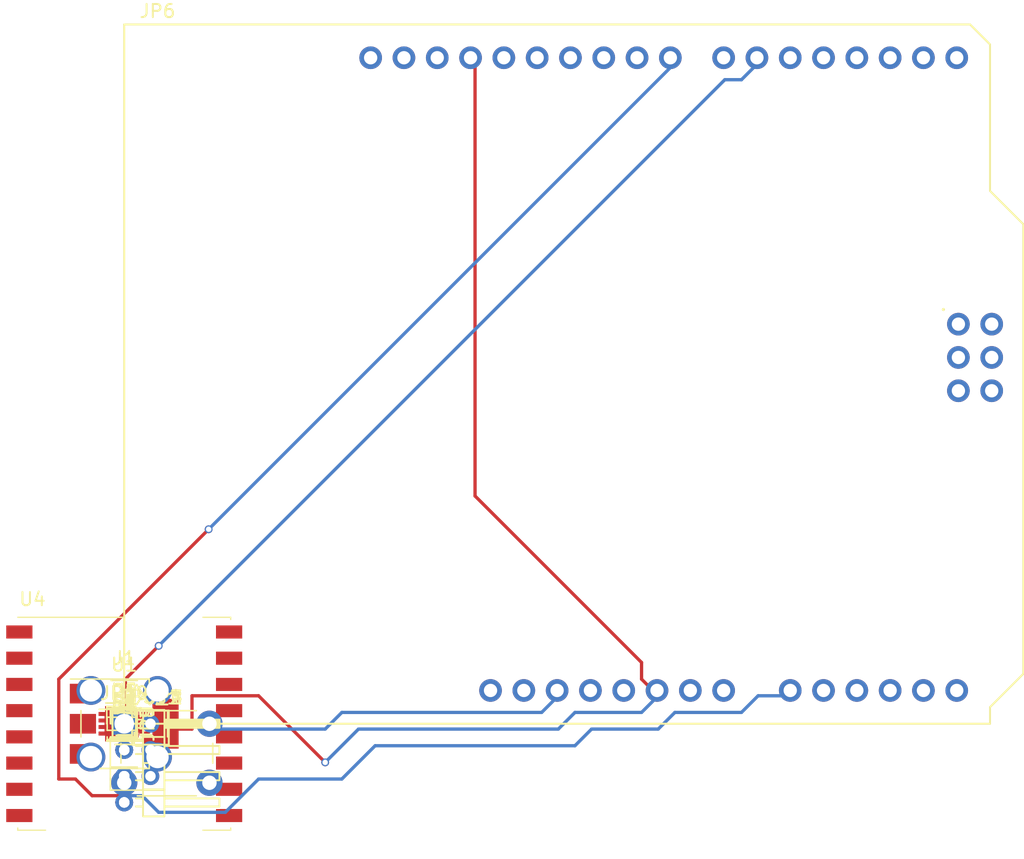
<source format=kicad_pcb>
(kicad_pcb (version 4) (host pcbnew 4.0.7)

  (general
    (links 71)
    (no_connects 52)
    (area 140.096099 44.5926 218.626101 110.4986)
    (thickness 1.6)
    (drawings 0)
    (tracks 56)
    (zones 0)
    (modules 31)
    (nets 73)
  )

  (page A4)
  (layers
    (0 F.Cu signal)
    (31 B.Cu signal)
    (32 B.Adhes user)
    (33 F.Adhes user)
    (34 B.Paste user)
    (35 F.Paste user)
    (36 B.SilkS user)
    (37 F.SilkS user)
    (38 B.Mask user)
    (39 F.Mask user)
    (40 Dwgs.User user)
    (41 Cmts.User user)
    (42 Eco1.User user)
    (43 Eco2.User user)
    (44 Edge.Cuts user)
    (45 Margin user)
    (46 B.CrtYd user)
    (47 F.CrtYd user)
    (48 B.Fab user)
    (49 F.Fab user)
  )

  (setup
    (last_trace_width 0.25)
    (trace_clearance 0.2)
    (zone_clearance 0.508)
    (zone_45_only no)
    (trace_min 0.2)
    (segment_width 0.2)
    (edge_width 0.15)
    (via_size 0.6)
    (via_drill 0.4)
    (via_min_size 0.4)
    (via_min_drill 0.3)
    (uvia_size 0.3)
    (uvia_drill 0.1)
    (uvias_allowed no)
    (uvia_min_size 0.2)
    (uvia_min_drill 0.1)
    (pcb_text_width 0.3)
    (pcb_text_size 1.5 1.5)
    (mod_edge_width 0.15)
    (mod_text_size 1 1)
    (mod_text_width 0.15)
    (pad_size 1.524 1.524)
    (pad_drill 0.762)
    (pad_to_mask_clearance 0.2)
    (aux_axis_origin 0 0)
    (visible_elements FFFFFF7F)
    (pcbplotparams
      (layerselection 0x00030_80000001)
      (usegerberextensions false)
      (excludeedgelayer true)
      (linewidth 0.100000)
      (plotframeref false)
      (viasonmask false)
      (mode 1)
      (useauxorigin false)
      (hpglpennumber 1)
      (hpglpenspeed 20)
      (hpglpendiameter 15)
      (hpglpenoverlay 2)
      (psnegative false)
      (psa4output false)
      (plotreference true)
      (plotvalue true)
      (plotinvisibletext false)
      (padsonsilk false)
      (subtractmaskfromsilk false)
      (outputformat 1)
      (mirror false)
      (drillshape 0)
      (scaleselection 1)
      (outputdirectory ""))
  )

  (net 0 "")
  (net 1 "Net-(C1-Pad1)")
  (net 2 GND)
  (net 3 "Net-(C2-Pad1)")
  (net 4 "Net-(D1-Pad2)")
  (net 5 /LORA_RST)
  (net 6 "Net-(J1-Pad2)")
  (net 7 "Net-(JP1-Pad2)")
  (net 8 /A1)
  (net 9 /A0)
  (net 10 "Net-(JP2-Pad2)")
  (net 11 /D9)
  (net 12 /D8)
  (net 13 "Net-(JP3-Pad2)")
  (net 14 /SDA)
  (net 15 /SCL)
  (net 16 "Net-(JP4-Pad2)")
  (net 17 /SCL_V3)
  (net 18 /SDA_V3)
  (net 19 /MISO)
  (net 20 "Net-(JP5-Pad2)")
  (net 21 /SCK)
  (net 22 /MOSI)
  (net 23 "Net-(JP5-Pad5)")
  (net 24 "Net-(JP5-Pad6)")
  (net 25 "Net-(JP6-PadRST2)")
  (net 26 "Net-(JP6-PadGND4)")
  (net 27 "Net-(JP6-PadMOSI)")
  (net 28 "Net-(JP6-PadSCK)")
  (net 29 "Net-(JP6-Pad5V2)")
  (net 30 "Net-(JP6-PadVIN)")
  (net 31 "Net-(JP6-PadGND3)")
  (net 32 "Net-(JP6-Pad5V1)")
  (net 33 "Net-(JP6-Pad3V3)")
  (net 34 /ARD_RST)
  (net 35 "Net-(JP6-PadIORF)")
  (net 36 "Net-(JP6-PadD0)")
  (net 37 "Net-(JP6-PadD1)")
  (net 38 /INT)
  (net 39 "Net-(JP6-PadD3)")
  (net 40 "Net-(JP6-PadD4)")
  (net 41 "Net-(JP6-PadD5)")
  (net 42 "Net-(JP6-PadD6)")
  (net 43 "Net-(JP6-PadD7)")
  (net 44 /CS)
  (net 45 "Net-(JP6-PadAREF)")
  (net 46 "Net-(JP6-PadD13)")
  (net 47 "Net-(JP6-PadD12)")
  (net 48 "Net-(JP6-PadD11)")
  (net 49 "Net-(JP6-PadA2)")
  (net 50 "Net-(JP6-PadA3)")
  (net 51 "Net-(JP6-PadA4)")
  (net 52 "Net-(JP6-PadA5)")
  (net 53 "Net-(JP6-PadMISO)")
  (net 54 /DIO2)
  (net 55 /DIO1)
  (net 56 "Net-(Q1-Pad1)")
  (net 57 "Net-(R3-Pad1)")
  (net 58 "Net-(R5-Pad2)")
  (net 59 "Net-(R6-Pad1)")
  (net 60 "Net-(R7-Pad1)")
  (net 61 "Net-(R8-Pad1)")
  (net 62 /3V3_CS)
  (net 63 "Net-(U2-Pad7)")
  (net 64 "Net-(U2-Pad8)")
  (net 65 /3V3_MISO)
  (net 66 /3V3_MOSI)
  (net 67 "Net-(U3-Pad8)")
  (net 68 /3V3_SCK)
  (net 69 "Net-(U4-Pad7)")
  (net 70 "Net-(U4-Pad11)")
  (net 71 "Net-(U4-Pad12)")
  (net 72 "Net-(U4-Pad13)")

  (net_class Default "This is the default net class."
    (clearance 0.2)
    (trace_width 0.25)
    (via_dia 0.6)
    (via_drill 0.4)
    (uvia_dia 0.3)
    (uvia_drill 0.1)
    (add_net /3V3_CS)
    (add_net /3V3_MISO)
    (add_net /3V3_MOSI)
    (add_net /3V3_SCK)
    (add_net /A0)
    (add_net /A1)
    (add_net /ARD_RST)
    (add_net /CS)
    (add_net /D8)
    (add_net /D9)
    (add_net /DIO1)
    (add_net /DIO2)
    (add_net /INT)
    (add_net /LORA_RST)
    (add_net /MISO)
    (add_net /MOSI)
    (add_net /SCK)
    (add_net /SCL)
    (add_net /SCL_V3)
    (add_net /SDA)
    (add_net /SDA_V3)
    (add_net GND)
    (add_net "Net-(C1-Pad1)")
    (add_net "Net-(C2-Pad1)")
    (add_net "Net-(D1-Pad2)")
    (add_net "Net-(J1-Pad2)")
    (add_net "Net-(JP1-Pad2)")
    (add_net "Net-(JP2-Pad2)")
    (add_net "Net-(JP3-Pad2)")
    (add_net "Net-(JP4-Pad2)")
    (add_net "Net-(JP5-Pad2)")
    (add_net "Net-(JP5-Pad5)")
    (add_net "Net-(JP5-Pad6)")
    (add_net "Net-(JP6-Pad3V3)")
    (add_net "Net-(JP6-Pad5V1)")
    (add_net "Net-(JP6-Pad5V2)")
    (add_net "Net-(JP6-PadA2)")
    (add_net "Net-(JP6-PadA3)")
    (add_net "Net-(JP6-PadA4)")
    (add_net "Net-(JP6-PadA5)")
    (add_net "Net-(JP6-PadAREF)")
    (add_net "Net-(JP6-PadD0)")
    (add_net "Net-(JP6-PadD1)")
    (add_net "Net-(JP6-PadD11)")
    (add_net "Net-(JP6-PadD12)")
    (add_net "Net-(JP6-PadD13)")
    (add_net "Net-(JP6-PadD3)")
    (add_net "Net-(JP6-PadD4)")
    (add_net "Net-(JP6-PadD5)")
    (add_net "Net-(JP6-PadD6)")
    (add_net "Net-(JP6-PadD7)")
    (add_net "Net-(JP6-PadGND3)")
    (add_net "Net-(JP6-PadGND4)")
    (add_net "Net-(JP6-PadIORF)")
    (add_net "Net-(JP6-PadMISO)")
    (add_net "Net-(JP6-PadMOSI)")
    (add_net "Net-(JP6-PadRST2)")
    (add_net "Net-(JP6-PadSCK)")
    (add_net "Net-(JP6-PadVIN)")
    (add_net "Net-(Q1-Pad1)")
    (add_net "Net-(R3-Pad1)")
    (add_net "Net-(R5-Pad2)")
    (add_net "Net-(R6-Pad1)")
    (add_net "Net-(R7-Pad1)")
    (add_net "Net-(R8-Pad1)")
    (add_net "Net-(U2-Pad7)")
    (add_net "Net-(U2-Pad8)")
    (add_net "Net-(U3-Pad8)")
    (add_net "Net-(U4-Pad11)")
    (add_net "Net-(U4-Pad12)")
    (add_net "Net-(U4-Pad13)")
    (add_net "Net-(U4-Pad7)")
  )

  (module Capacitors_SMD:C_0805 (layer F.Cu) (tedit 58AA8463) (tstamp 5AE30125)
    (at 149.7711 99.9236)
    (descr "Capacitor SMD 0805, reflow soldering, AVX (see smccp.pdf)")
    (tags "capacitor 0805")
    (path /5AE19187)
    (attr smd)
    (fp_text reference C1 (at 0 -1.5) (layer F.SilkS)
      (effects (font (size 1 1) (thickness 0.15)))
    )
    (fp_text value 10uf (at 0 1.75) (layer F.Fab)
      (effects (font (size 1 1) (thickness 0.15)))
    )
    (fp_text user %R (at 0 -1.5) (layer F.Fab)
      (effects (font (size 1 1) (thickness 0.15)))
    )
    (fp_line (start -1 0.62) (end -1 -0.62) (layer F.Fab) (width 0.1))
    (fp_line (start 1 0.62) (end -1 0.62) (layer F.Fab) (width 0.1))
    (fp_line (start 1 -0.62) (end 1 0.62) (layer F.Fab) (width 0.1))
    (fp_line (start -1 -0.62) (end 1 -0.62) (layer F.Fab) (width 0.1))
    (fp_line (start 0.5 -0.85) (end -0.5 -0.85) (layer F.SilkS) (width 0.12))
    (fp_line (start -0.5 0.85) (end 0.5 0.85) (layer F.SilkS) (width 0.12))
    (fp_line (start -1.75 -0.88) (end 1.75 -0.88) (layer F.CrtYd) (width 0.05))
    (fp_line (start -1.75 -0.88) (end -1.75 0.87) (layer F.CrtYd) (width 0.05))
    (fp_line (start 1.75 0.87) (end 1.75 -0.88) (layer F.CrtYd) (width 0.05))
    (fp_line (start 1.75 0.87) (end -1.75 0.87) (layer F.CrtYd) (width 0.05))
    (pad 1 smd rect (at -1 0) (size 1 1.25) (layers F.Cu F.Paste F.Mask)
      (net 1 "Net-(C1-Pad1)"))
    (pad 2 smd rect (at 1 0) (size 1 1.25) (layers F.Cu F.Paste F.Mask)
      (net 2 GND))
    (model Capacitors_SMD.3dshapes/C_0805.wrl
      (at (xyz 0 0 0))
      (scale (xyz 1 1 1))
      (rotate (xyz 0 0 0))
    )
  )

  (module Capacitors_SMD:C_0805 (layer F.Cu) (tedit 58AA8463) (tstamp 5AE30136)
    (at 149.7711 99.9236)
    (descr "Capacitor SMD 0805, reflow soldering, AVX (see smccp.pdf)")
    (tags "capacitor 0805")
    (path /5AE191CE)
    (attr smd)
    (fp_text reference C2 (at 0 -1.5) (layer F.SilkS)
      (effects (font (size 1 1) (thickness 0.15)))
    )
    (fp_text value 22uf (at 0 1.75) (layer F.Fab)
      (effects (font (size 1 1) (thickness 0.15)))
    )
    (fp_text user %R (at 0 -1.5) (layer F.Fab)
      (effects (font (size 1 1) (thickness 0.15)))
    )
    (fp_line (start -1 0.62) (end -1 -0.62) (layer F.Fab) (width 0.1))
    (fp_line (start 1 0.62) (end -1 0.62) (layer F.Fab) (width 0.1))
    (fp_line (start 1 -0.62) (end 1 0.62) (layer F.Fab) (width 0.1))
    (fp_line (start -1 -0.62) (end 1 -0.62) (layer F.Fab) (width 0.1))
    (fp_line (start 0.5 -0.85) (end -0.5 -0.85) (layer F.SilkS) (width 0.12))
    (fp_line (start -0.5 0.85) (end 0.5 0.85) (layer F.SilkS) (width 0.12))
    (fp_line (start -1.75 -0.88) (end 1.75 -0.88) (layer F.CrtYd) (width 0.05))
    (fp_line (start -1.75 -0.88) (end -1.75 0.87) (layer F.CrtYd) (width 0.05))
    (fp_line (start 1.75 0.87) (end 1.75 -0.88) (layer F.CrtYd) (width 0.05))
    (fp_line (start 1.75 0.87) (end -1.75 0.87) (layer F.CrtYd) (width 0.05))
    (pad 1 smd rect (at -1 0) (size 1 1.25) (layers F.Cu F.Paste F.Mask)
      (net 3 "Net-(C2-Pad1)"))
    (pad 2 smd rect (at 1 0) (size 1 1.25) (layers F.Cu F.Paste F.Mask)
      (net 2 GND))
    (model Capacitors_SMD.3dshapes/C_0805.wrl
      (at (xyz 0 0 0))
      (scale (xyz 1 1 1))
      (rotate (xyz 0 0 0))
    )
  )

  (module LEDs:LED_0603 (layer F.Cu) (tedit 57FE93A5) (tstamp 5AE3014B)
    (at 149.7711 99.9236)
    (descr "LED 0603 smd package")
    (tags "LED led 0603 SMD smd SMT smt smdled SMDLED smtled SMTLED")
    (path /5AE23AE4)
    (attr smd)
    (fp_text reference D1 (at 0 -1.25) (layer F.SilkS)
      (effects (font (size 1 1) (thickness 0.15)))
    )
    (fp_text value 200mA (at 0 1.35) (layer F.Fab)
      (effects (font (size 1 1) (thickness 0.15)))
    )
    (fp_line (start -1.3 -0.5) (end -1.3 0.5) (layer F.SilkS) (width 0.12))
    (fp_line (start -0.2 -0.2) (end -0.2 0.2) (layer F.Fab) (width 0.1))
    (fp_line (start -0.15 0) (end 0.15 -0.2) (layer F.Fab) (width 0.1))
    (fp_line (start 0.15 0.2) (end -0.15 0) (layer F.Fab) (width 0.1))
    (fp_line (start 0.15 -0.2) (end 0.15 0.2) (layer F.Fab) (width 0.1))
    (fp_line (start 0.8 0.4) (end -0.8 0.4) (layer F.Fab) (width 0.1))
    (fp_line (start 0.8 -0.4) (end 0.8 0.4) (layer F.Fab) (width 0.1))
    (fp_line (start -0.8 -0.4) (end 0.8 -0.4) (layer F.Fab) (width 0.1))
    (fp_line (start -0.8 0.4) (end -0.8 -0.4) (layer F.Fab) (width 0.1))
    (fp_line (start -1.3 0.5) (end 0.8 0.5) (layer F.SilkS) (width 0.12))
    (fp_line (start -1.3 -0.5) (end 0.8 -0.5) (layer F.SilkS) (width 0.12))
    (fp_line (start 1.45 -0.65) (end 1.45 0.65) (layer F.CrtYd) (width 0.05))
    (fp_line (start 1.45 0.65) (end -1.45 0.65) (layer F.CrtYd) (width 0.05))
    (fp_line (start -1.45 0.65) (end -1.45 -0.65) (layer F.CrtYd) (width 0.05))
    (fp_line (start -1.45 -0.65) (end 1.45 -0.65) (layer F.CrtYd) (width 0.05))
    (pad 2 smd rect (at 0.8 0 180) (size 0.8 0.8) (layers F.Cu F.Paste F.Mask)
      (net 4 "Net-(D1-Pad2)"))
    (pad 1 smd rect (at -0.8 0 180) (size 0.8 0.8) (layers F.Cu F.Paste F.Mask)
      (net 5 /LORA_RST))
    (model ${KISYS3DMOD}/LEDs.3dshapes/LED_0603.wrl
      (at (xyz 0 0 0))
      (scale (xyz 1 1 1))
      (rotate (xyz 0 0 180))
    )
  )

  (module Connectors:SMA_THT_Jack_Straight (layer F.Cu) (tedit 58C301F2) (tstamp 5AE30173)
    (at 149.7711 99.9236)
    (descr "SMA pcb through hole jack")
    (tags "SMA THT Jack Straight")
    (path /5AE1E0A0)
    (fp_text reference J1 (at 0 -5) (layer F.SilkS)
      (effects (font (size 1 1) (thickness 0.15)))
    )
    (fp_text value COAX (at 0 5) (layer F.Fab)
      (effects (font (size 1 1) (thickness 0.15)))
    )
    (fp_line (start 2.03 -3.05) (end 3.05 -3.05) (layer F.Fab) (width 0.1))
    (fp_line (start -1 -3.3) (end 1 -3.3) (layer F.SilkS) (width 0.12))
    (fp_line (start -1 3.3) (end 1 3.3) (layer F.SilkS) (width 0.12))
    (fp_text user %R (at 0 -5) (layer F.Fab)
      (effects (font (size 1 1) (thickness 0.15)))
    )
    (fp_line (start 3.3 -1) (end 3.3 1) (layer F.SilkS) (width 0.12))
    (fp_line (start -3.3 -1) (end -3.3 1) (layer F.SilkS) (width 0.12))
    (fp_line (start 3.17 -3.17) (end 3.17 3.17) (layer F.Fab) (width 0.1))
    (fp_line (start -3.17 3.17) (end 3.17 3.17) (layer F.Fab) (width 0.1))
    (fp_line (start -3.17 -3.17) (end -3.17 3.17) (layer F.Fab) (width 0.1))
    (fp_line (start -3.17 -3.17) (end 3.17 -3.17) (layer F.Fab) (width 0.1))
    (fp_line (start -2.03 -3.05) (end -2.03 -2.03) (layer F.Fab) (width 0.1))
    (fp_line (start -3.05 -2.03) (end -2.03 -2.03) (layer F.Fab) (width 0.1))
    (fp_line (start -2.03 2.03) (end -2.03 3.05) (layer F.Fab) (width 0.1))
    (fp_line (start -3.05 2.03) (end -2.03 2.03) (layer F.Fab) (width 0.1))
    (fp_line (start 2.03 -3.05) (end 2.03 -2.03) (layer F.Fab) (width 0.1))
    (fp_line (start 2.03 -2.03) (end 3.05 -2.03) (layer F.Fab) (width 0.1))
    (fp_line (start 3.05 2.03) (end 2.03 2.03) (layer F.Fab) (width 0.1))
    (fp_line (start 2.03 2.03) (end 2.03 3.05) (layer F.Fab) (width 0.1))
    (fp_line (start -4.14 -4.14) (end 4.14 -4.14) (layer F.CrtYd) (width 0.05))
    (fp_line (start -4.14 -4.14) (end -4.14 4.14) (layer F.CrtYd) (width 0.05))
    (fp_line (start 4.14 4.14) (end 4.14 -4.14) (layer F.CrtYd) (width 0.05))
    (fp_line (start 4.14 4.14) (end -4.14 4.14) (layer F.CrtYd) (width 0.05))
    (fp_circle (center 0 0) (end 2.04 0) (layer F.Fab) (width 0.1))
    (fp_circle (center 0 0) (end 0.635 0) (layer F.Fab) (width 0.1))
    (fp_line (start 3.05 -3.05) (end 3.05 -2.03) (layer F.Fab) (width 0.1))
    (fp_line (start -3.05 -3.05) (end -3.05 -2.03) (layer F.Fab) (width 0.1))
    (fp_line (start -3.05 -3.05) (end -2.03 -3.05) (layer F.Fab) (width 0.1))
    (fp_line (start -3.05 3.05) (end -2.03 3.05) (layer F.Fab) (width 0.1))
    (fp_line (start -3.05 3.05) (end -3.05 2.03) (layer F.Fab) (width 0.1))
    (fp_line (start 3.05 2.03) (end 3.05 3.05) (layer F.Fab) (width 0.1))
    (fp_line (start 2.03 3.05) (end 3.05 3.05) (layer F.Fab) (width 0.1))
    (pad 2 thru_hole circle (at -2.54 2.54) (size 2.2 2.2) (drill 1.7) (layers *.Cu *.Mask)
      (net 6 "Net-(J1-Pad2)"))
    (pad 2 thru_hole circle (at -2.54 -2.54) (size 2.2 2.2) (drill 1.7) (layers *.Cu *.Mask)
      (net 6 "Net-(J1-Pad2)"))
    (pad 2 thru_hole circle (at 2.54 -2.54) (size 2.2 2.2) (drill 1.7) (layers *.Cu *.Mask)
      (net 6 "Net-(J1-Pad2)"))
    (pad 2 thru_hole circle (at 2.54 2.54) (size 2.2 2.2) (drill 1.7) (layers *.Cu *.Mask)
      (net 6 "Net-(J1-Pad2)"))
    (pad 1 thru_hole circle (at 0 0) (size 2 2) (drill 1.5) (layers *.Cu *.Mask)
      (net 2 GND))
  )

  (module Pin_Headers:Pin_Header_Angled_1x04_Pitch2.00mm (layer F.Cu) (tedit 59650533) (tstamp 5AE301BF)
    (at 149.7711 99.9236)
    (descr "Through hole angled pin header, 1x04, 2.00mm pitch, 4.2mm pin length, single row")
    (tags "Through hole angled pin header THT 1x04 2.00mm single row")
    (path /5AE1CEF0)
    (fp_text reference JP1 (at 3.1 -2) (layer F.SilkS)
      (effects (font (size 1 1) (thickness 0.15)))
    )
    (fp_text value JP8 (at 3.1 8) (layer F.Fab)
      (effects (font (size 1 1) (thickness 0.15)))
    )
    (fp_line (start 1.875 -1) (end 3 -1) (layer F.Fab) (width 0.1))
    (fp_line (start 3 -1) (end 3 7) (layer F.Fab) (width 0.1))
    (fp_line (start 3 7) (end 1.5 7) (layer F.Fab) (width 0.1))
    (fp_line (start 1.5 7) (end 1.5 -0.625) (layer F.Fab) (width 0.1))
    (fp_line (start 1.5 -0.625) (end 1.875 -1) (layer F.Fab) (width 0.1))
    (fp_line (start -0.25 -0.25) (end 1.5 -0.25) (layer F.Fab) (width 0.1))
    (fp_line (start -0.25 -0.25) (end -0.25 0.25) (layer F.Fab) (width 0.1))
    (fp_line (start -0.25 0.25) (end 1.5 0.25) (layer F.Fab) (width 0.1))
    (fp_line (start 3 -0.25) (end 7.2 -0.25) (layer F.Fab) (width 0.1))
    (fp_line (start 7.2 -0.25) (end 7.2 0.25) (layer F.Fab) (width 0.1))
    (fp_line (start 3 0.25) (end 7.2 0.25) (layer F.Fab) (width 0.1))
    (fp_line (start -0.25 1.75) (end 1.5 1.75) (layer F.Fab) (width 0.1))
    (fp_line (start -0.25 1.75) (end -0.25 2.25) (layer F.Fab) (width 0.1))
    (fp_line (start -0.25 2.25) (end 1.5 2.25) (layer F.Fab) (width 0.1))
    (fp_line (start 3 1.75) (end 7.2 1.75) (layer F.Fab) (width 0.1))
    (fp_line (start 7.2 1.75) (end 7.2 2.25) (layer F.Fab) (width 0.1))
    (fp_line (start 3 2.25) (end 7.2 2.25) (layer F.Fab) (width 0.1))
    (fp_line (start -0.25 3.75) (end 1.5 3.75) (layer F.Fab) (width 0.1))
    (fp_line (start -0.25 3.75) (end -0.25 4.25) (layer F.Fab) (width 0.1))
    (fp_line (start -0.25 4.25) (end 1.5 4.25) (layer F.Fab) (width 0.1))
    (fp_line (start 3 3.75) (end 7.2 3.75) (layer F.Fab) (width 0.1))
    (fp_line (start 7.2 3.75) (end 7.2 4.25) (layer F.Fab) (width 0.1))
    (fp_line (start 3 4.25) (end 7.2 4.25) (layer F.Fab) (width 0.1))
    (fp_line (start -0.25 5.75) (end 1.5 5.75) (layer F.Fab) (width 0.1))
    (fp_line (start -0.25 5.75) (end -0.25 6.25) (layer F.Fab) (width 0.1))
    (fp_line (start -0.25 6.25) (end 1.5 6.25) (layer F.Fab) (width 0.1))
    (fp_line (start 3 5.75) (end 7.2 5.75) (layer F.Fab) (width 0.1))
    (fp_line (start 7.2 5.75) (end 7.2 6.25) (layer F.Fab) (width 0.1))
    (fp_line (start 3 6.25) (end 7.2 6.25) (layer F.Fab) (width 0.1))
    (fp_line (start 1.44 -1.06) (end 1.44 7.06) (layer F.SilkS) (width 0.12))
    (fp_line (start 1.44 7.06) (end 3.06 7.06) (layer F.SilkS) (width 0.12))
    (fp_line (start 3.06 7.06) (end 3.06 -1.06) (layer F.SilkS) (width 0.12))
    (fp_line (start 3.06 -1.06) (end 1.44 -1.06) (layer F.SilkS) (width 0.12))
    (fp_line (start 3.06 -0.31) (end 7.26 -0.31) (layer F.SilkS) (width 0.12))
    (fp_line (start 7.26 -0.31) (end 7.26 0.31) (layer F.SilkS) (width 0.12))
    (fp_line (start 7.26 0.31) (end 3.06 0.31) (layer F.SilkS) (width 0.12))
    (fp_line (start 3.06 -0.25) (end 7.26 -0.25) (layer F.SilkS) (width 0.12))
    (fp_line (start 3.06 -0.13) (end 7.26 -0.13) (layer F.SilkS) (width 0.12))
    (fp_line (start 3.06 -0.01) (end 7.26 -0.01) (layer F.SilkS) (width 0.12))
    (fp_line (start 3.06 0.11) (end 7.26 0.11) (layer F.SilkS) (width 0.12))
    (fp_line (start 3.06 0.23) (end 7.26 0.23) (layer F.SilkS) (width 0.12))
    (fp_line (start 0.935 -0.31) (end 1.44 -0.31) (layer F.SilkS) (width 0.12))
    (fp_line (start 0.935 0.31) (end 1.44 0.31) (layer F.SilkS) (width 0.12))
    (fp_line (start 1.44 1) (end 3.06 1) (layer F.SilkS) (width 0.12))
    (fp_line (start 3.06 1.69) (end 7.26 1.69) (layer F.SilkS) (width 0.12))
    (fp_line (start 7.26 1.69) (end 7.26 2.31) (layer F.SilkS) (width 0.12))
    (fp_line (start 7.26 2.31) (end 3.06 2.31) (layer F.SilkS) (width 0.12))
    (fp_line (start 0.882114 1.69) (end 1.44 1.69) (layer F.SilkS) (width 0.12))
    (fp_line (start 0.882114 2.31) (end 1.44 2.31) (layer F.SilkS) (width 0.12))
    (fp_line (start 1.44 3) (end 3.06 3) (layer F.SilkS) (width 0.12))
    (fp_line (start 3.06 3.69) (end 7.26 3.69) (layer F.SilkS) (width 0.12))
    (fp_line (start 7.26 3.69) (end 7.26 4.31) (layer F.SilkS) (width 0.12))
    (fp_line (start 7.26 4.31) (end 3.06 4.31) (layer F.SilkS) (width 0.12))
    (fp_line (start 0.882114 3.69) (end 1.44 3.69) (layer F.SilkS) (width 0.12))
    (fp_line (start 0.882114 4.31) (end 1.44 4.31) (layer F.SilkS) (width 0.12))
    (fp_line (start 1.44 5) (end 3.06 5) (layer F.SilkS) (width 0.12))
    (fp_line (start 3.06 5.69) (end 7.26 5.69) (layer F.SilkS) (width 0.12))
    (fp_line (start 7.26 5.69) (end 7.26 6.31) (layer F.SilkS) (width 0.12))
    (fp_line (start 7.26 6.31) (end 3.06 6.31) (layer F.SilkS) (width 0.12))
    (fp_line (start 0.882114 5.69) (end 1.44 5.69) (layer F.SilkS) (width 0.12))
    (fp_line (start 0.882114 6.31) (end 1.44 6.31) (layer F.SilkS) (width 0.12))
    (fp_line (start -1 0) (end -1 -1) (layer F.SilkS) (width 0.12))
    (fp_line (start -1 -1) (end 0 -1) (layer F.SilkS) (width 0.12))
    (fp_line (start -1.5 -1.5) (end -1.5 7.5) (layer F.CrtYd) (width 0.05))
    (fp_line (start -1.5 7.5) (end 7.7 7.5) (layer F.CrtYd) (width 0.05))
    (fp_line (start 7.7 7.5) (end 7.7 -1.5) (layer F.CrtYd) (width 0.05))
    (fp_line (start 7.7 -1.5) (end -1.5 -1.5) (layer F.CrtYd) (width 0.05))
    (fp_text user %R (at 2.25 3 90) (layer F.Fab)
      (effects (font (size 0.9 0.9) (thickness 0.135)))
    )
    (pad 1 thru_hole rect (at 0 0) (size 1.35 1.35) (drill 0.8) (layers *.Cu *.Mask)
      (net 2 GND))
    (pad 2 thru_hole oval (at 0 2) (size 1.35 1.35) (drill 0.8) (layers *.Cu *.Mask)
      (net 7 "Net-(JP1-Pad2)"))
    (pad 3 thru_hole oval (at 0 4) (size 1.35 1.35) (drill 0.8) (layers *.Cu *.Mask)
      (net 8 /A1))
    (pad 4 thru_hole oval (at 0 6) (size 1.35 1.35) (drill 0.8) (layers *.Cu *.Mask)
      (net 9 /A0))
    (model ${KISYS3DMOD}/Pin_Headers.3dshapes/Pin_Header_Angled_1x04_Pitch2.00mm.wrl
      (at (xyz 0 0 0))
      (scale (xyz 1 1 1))
      (rotate (xyz 0 0 0))
    )
  )

  (module Pin_Headers:Pin_Header_Angled_1x04_Pitch2.00mm (layer F.Cu) (tedit 59650533) (tstamp 5AE3020B)
    (at 149.7711 99.9236)
    (descr "Through hole angled pin header, 1x04, 2.00mm pitch, 4.2mm pin length, single row")
    (tags "Through hole angled pin header THT 1x04 2.00mm single row")
    (path /5AE1D4E7)
    (fp_text reference JP2 (at 3.1 -2) (layer F.SilkS)
      (effects (font (size 1 1) (thickness 0.15)))
    )
    (fp_text value JP9 (at 3.1 8) (layer F.Fab)
      (effects (font (size 1 1) (thickness 0.15)))
    )
    (fp_line (start 1.875 -1) (end 3 -1) (layer F.Fab) (width 0.1))
    (fp_line (start 3 -1) (end 3 7) (layer F.Fab) (width 0.1))
    (fp_line (start 3 7) (end 1.5 7) (layer F.Fab) (width 0.1))
    (fp_line (start 1.5 7) (end 1.5 -0.625) (layer F.Fab) (width 0.1))
    (fp_line (start 1.5 -0.625) (end 1.875 -1) (layer F.Fab) (width 0.1))
    (fp_line (start -0.25 -0.25) (end 1.5 -0.25) (layer F.Fab) (width 0.1))
    (fp_line (start -0.25 -0.25) (end -0.25 0.25) (layer F.Fab) (width 0.1))
    (fp_line (start -0.25 0.25) (end 1.5 0.25) (layer F.Fab) (width 0.1))
    (fp_line (start 3 -0.25) (end 7.2 -0.25) (layer F.Fab) (width 0.1))
    (fp_line (start 7.2 -0.25) (end 7.2 0.25) (layer F.Fab) (width 0.1))
    (fp_line (start 3 0.25) (end 7.2 0.25) (layer F.Fab) (width 0.1))
    (fp_line (start -0.25 1.75) (end 1.5 1.75) (layer F.Fab) (width 0.1))
    (fp_line (start -0.25 1.75) (end -0.25 2.25) (layer F.Fab) (width 0.1))
    (fp_line (start -0.25 2.25) (end 1.5 2.25) (layer F.Fab) (width 0.1))
    (fp_line (start 3 1.75) (end 7.2 1.75) (layer F.Fab) (width 0.1))
    (fp_line (start 7.2 1.75) (end 7.2 2.25) (layer F.Fab) (width 0.1))
    (fp_line (start 3 2.25) (end 7.2 2.25) (layer F.Fab) (width 0.1))
    (fp_line (start -0.25 3.75) (end 1.5 3.75) (layer F.Fab) (width 0.1))
    (fp_line (start -0.25 3.75) (end -0.25 4.25) (layer F.Fab) (width 0.1))
    (fp_line (start -0.25 4.25) (end 1.5 4.25) (layer F.Fab) (width 0.1))
    (fp_line (start 3 3.75) (end 7.2 3.75) (layer F.Fab) (width 0.1))
    (fp_line (start 7.2 3.75) (end 7.2 4.25) (layer F.Fab) (width 0.1))
    (fp_line (start 3 4.25) (end 7.2 4.25) (layer F.Fab) (width 0.1))
    (fp_line (start -0.25 5.75) (end 1.5 5.75) (layer F.Fab) (width 0.1))
    (fp_line (start -0.25 5.75) (end -0.25 6.25) (layer F.Fab) (width 0.1))
    (fp_line (start -0.25 6.25) (end 1.5 6.25) (layer F.Fab) (width 0.1))
    (fp_line (start 3 5.75) (end 7.2 5.75) (layer F.Fab) (width 0.1))
    (fp_line (start 7.2 5.75) (end 7.2 6.25) (layer F.Fab) (width 0.1))
    (fp_line (start 3 6.25) (end 7.2 6.25) (layer F.Fab) (width 0.1))
    (fp_line (start 1.44 -1.06) (end 1.44 7.06) (layer F.SilkS) (width 0.12))
    (fp_line (start 1.44 7.06) (end 3.06 7.06) (layer F.SilkS) (width 0.12))
    (fp_line (start 3.06 7.06) (end 3.06 -1.06) (layer F.SilkS) (width 0.12))
    (fp_line (start 3.06 -1.06) (end 1.44 -1.06) (layer F.SilkS) (width 0.12))
    (fp_line (start 3.06 -0.31) (end 7.26 -0.31) (layer F.SilkS) (width 0.12))
    (fp_line (start 7.26 -0.31) (end 7.26 0.31) (layer F.SilkS) (width 0.12))
    (fp_line (start 7.26 0.31) (end 3.06 0.31) (layer F.SilkS) (width 0.12))
    (fp_line (start 3.06 -0.25) (end 7.26 -0.25) (layer F.SilkS) (width 0.12))
    (fp_line (start 3.06 -0.13) (end 7.26 -0.13) (layer F.SilkS) (width 0.12))
    (fp_line (start 3.06 -0.01) (end 7.26 -0.01) (layer F.SilkS) (width 0.12))
    (fp_line (start 3.06 0.11) (end 7.26 0.11) (layer F.SilkS) (width 0.12))
    (fp_line (start 3.06 0.23) (end 7.26 0.23) (layer F.SilkS) (width 0.12))
    (fp_line (start 0.935 -0.31) (end 1.44 -0.31) (layer F.SilkS) (width 0.12))
    (fp_line (start 0.935 0.31) (end 1.44 0.31) (layer F.SilkS) (width 0.12))
    (fp_line (start 1.44 1) (end 3.06 1) (layer F.SilkS) (width 0.12))
    (fp_line (start 3.06 1.69) (end 7.26 1.69) (layer F.SilkS) (width 0.12))
    (fp_line (start 7.26 1.69) (end 7.26 2.31) (layer F.SilkS) (width 0.12))
    (fp_line (start 7.26 2.31) (end 3.06 2.31) (layer F.SilkS) (width 0.12))
    (fp_line (start 0.882114 1.69) (end 1.44 1.69) (layer F.SilkS) (width 0.12))
    (fp_line (start 0.882114 2.31) (end 1.44 2.31) (layer F.SilkS) (width 0.12))
    (fp_line (start 1.44 3) (end 3.06 3) (layer F.SilkS) (width 0.12))
    (fp_line (start 3.06 3.69) (end 7.26 3.69) (layer F.SilkS) (width 0.12))
    (fp_line (start 7.26 3.69) (end 7.26 4.31) (layer F.SilkS) (width 0.12))
    (fp_line (start 7.26 4.31) (end 3.06 4.31) (layer F.SilkS) (width 0.12))
    (fp_line (start 0.882114 3.69) (end 1.44 3.69) (layer F.SilkS) (width 0.12))
    (fp_line (start 0.882114 4.31) (end 1.44 4.31) (layer F.SilkS) (width 0.12))
    (fp_line (start 1.44 5) (end 3.06 5) (layer F.SilkS) (width 0.12))
    (fp_line (start 3.06 5.69) (end 7.26 5.69) (layer F.SilkS) (width 0.12))
    (fp_line (start 7.26 5.69) (end 7.26 6.31) (layer F.SilkS) (width 0.12))
    (fp_line (start 7.26 6.31) (end 3.06 6.31) (layer F.SilkS) (width 0.12))
    (fp_line (start 0.882114 5.69) (end 1.44 5.69) (layer F.SilkS) (width 0.12))
    (fp_line (start 0.882114 6.31) (end 1.44 6.31) (layer F.SilkS) (width 0.12))
    (fp_line (start -1 0) (end -1 -1) (layer F.SilkS) (width 0.12))
    (fp_line (start -1 -1) (end 0 -1) (layer F.SilkS) (width 0.12))
    (fp_line (start -1.5 -1.5) (end -1.5 7.5) (layer F.CrtYd) (width 0.05))
    (fp_line (start -1.5 7.5) (end 7.7 7.5) (layer F.CrtYd) (width 0.05))
    (fp_line (start 7.7 7.5) (end 7.7 -1.5) (layer F.CrtYd) (width 0.05))
    (fp_line (start 7.7 -1.5) (end -1.5 -1.5) (layer F.CrtYd) (width 0.05))
    (fp_text user %R (at 2.25 3 90) (layer F.Fab)
      (effects (font (size 0.9 0.9) (thickness 0.135)))
    )
    (pad 1 thru_hole rect (at 0 0) (size 1.35 1.35) (drill 0.8) (layers *.Cu *.Mask)
      (net 2 GND))
    (pad 2 thru_hole oval (at 0 2) (size 1.35 1.35) (drill 0.8) (layers *.Cu *.Mask)
      (net 10 "Net-(JP2-Pad2)"))
    (pad 3 thru_hole oval (at 0 4) (size 1.35 1.35) (drill 0.8) (layers *.Cu *.Mask)
      (net 11 /D9))
    (pad 4 thru_hole oval (at 0 6) (size 1.35 1.35) (drill 0.8) (layers *.Cu *.Mask)
      (net 12 /D8))
    (model ${KISYS3DMOD}/Pin_Headers.3dshapes/Pin_Header_Angled_1x04_Pitch2.00mm.wrl
      (at (xyz 0 0 0))
      (scale (xyz 1 1 1))
      (rotate (xyz 0 0 0))
    )
  )

  (module Pin_Headers:Pin_Header_Angled_1x04_Pitch2.00mm (layer F.Cu) (tedit 59650533) (tstamp 5AE30257)
    (at 149.7711 99.9236)
    (descr "Through hole angled pin header, 1x04, 2.00mm pitch, 4.2mm pin length, single row")
    (tags "Through hole angled pin header THT 1x04 2.00mm single row")
    (path /5AE1D7C2)
    (fp_text reference JP3 (at 3.1 -2) (layer F.SilkS)
      (effects (font (size 1 1) (thickness 0.15)))
    )
    (fp_text value JP7 (at 3.1 8) (layer F.Fab)
      (effects (font (size 1 1) (thickness 0.15)))
    )
    (fp_line (start 1.875 -1) (end 3 -1) (layer F.Fab) (width 0.1))
    (fp_line (start 3 -1) (end 3 7) (layer F.Fab) (width 0.1))
    (fp_line (start 3 7) (end 1.5 7) (layer F.Fab) (width 0.1))
    (fp_line (start 1.5 7) (end 1.5 -0.625) (layer F.Fab) (width 0.1))
    (fp_line (start 1.5 -0.625) (end 1.875 -1) (layer F.Fab) (width 0.1))
    (fp_line (start -0.25 -0.25) (end 1.5 -0.25) (layer F.Fab) (width 0.1))
    (fp_line (start -0.25 -0.25) (end -0.25 0.25) (layer F.Fab) (width 0.1))
    (fp_line (start -0.25 0.25) (end 1.5 0.25) (layer F.Fab) (width 0.1))
    (fp_line (start 3 -0.25) (end 7.2 -0.25) (layer F.Fab) (width 0.1))
    (fp_line (start 7.2 -0.25) (end 7.2 0.25) (layer F.Fab) (width 0.1))
    (fp_line (start 3 0.25) (end 7.2 0.25) (layer F.Fab) (width 0.1))
    (fp_line (start -0.25 1.75) (end 1.5 1.75) (layer F.Fab) (width 0.1))
    (fp_line (start -0.25 1.75) (end -0.25 2.25) (layer F.Fab) (width 0.1))
    (fp_line (start -0.25 2.25) (end 1.5 2.25) (layer F.Fab) (width 0.1))
    (fp_line (start 3 1.75) (end 7.2 1.75) (layer F.Fab) (width 0.1))
    (fp_line (start 7.2 1.75) (end 7.2 2.25) (layer F.Fab) (width 0.1))
    (fp_line (start 3 2.25) (end 7.2 2.25) (layer F.Fab) (width 0.1))
    (fp_line (start -0.25 3.75) (end 1.5 3.75) (layer F.Fab) (width 0.1))
    (fp_line (start -0.25 3.75) (end -0.25 4.25) (layer F.Fab) (width 0.1))
    (fp_line (start -0.25 4.25) (end 1.5 4.25) (layer F.Fab) (width 0.1))
    (fp_line (start 3 3.75) (end 7.2 3.75) (layer F.Fab) (width 0.1))
    (fp_line (start 7.2 3.75) (end 7.2 4.25) (layer F.Fab) (width 0.1))
    (fp_line (start 3 4.25) (end 7.2 4.25) (layer F.Fab) (width 0.1))
    (fp_line (start -0.25 5.75) (end 1.5 5.75) (layer F.Fab) (width 0.1))
    (fp_line (start -0.25 5.75) (end -0.25 6.25) (layer F.Fab) (width 0.1))
    (fp_line (start -0.25 6.25) (end 1.5 6.25) (layer F.Fab) (width 0.1))
    (fp_line (start 3 5.75) (end 7.2 5.75) (layer F.Fab) (width 0.1))
    (fp_line (start 7.2 5.75) (end 7.2 6.25) (layer F.Fab) (width 0.1))
    (fp_line (start 3 6.25) (end 7.2 6.25) (layer F.Fab) (width 0.1))
    (fp_line (start 1.44 -1.06) (end 1.44 7.06) (layer F.SilkS) (width 0.12))
    (fp_line (start 1.44 7.06) (end 3.06 7.06) (layer F.SilkS) (width 0.12))
    (fp_line (start 3.06 7.06) (end 3.06 -1.06) (layer F.SilkS) (width 0.12))
    (fp_line (start 3.06 -1.06) (end 1.44 -1.06) (layer F.SilkS) (width 0.12))
    (fp_line (start 3.06 -0.31) (end 7.26 -0.31) (layer F.SilkS) (width 0.12))
    (fp_line (start 7.26 -0.31) (end 7.26 0.31) (layer F.SilkS) (width 0.12))
    (fp_line (start 7.26 0.31) (end 3.06 0.31) (layer F.SilkS) (width 0.12))
    (fp_line (start 3.06 -0.25) (end 7.26 -0.25) (layer F.SilkS) (width 0.12))
    (fp_line (start 3.06 -0.13) (end 7.26 -0.13) (layer F.SilkS) (width 0.12))
    (fp_line (start 3.06 -0.01) (end 7.26 -0.01) (layer F.SilkS) (width 0.12))
    (fp_line (start 3.06 0.11) (end 7.26 0.11) (layer F.SilkS) (width 0.12))
    (fp_line (start 3.06 0.23) (end 7.26 0.23) (layer F.SilkS) (width 0.12))
    (fp_line (start 0.935 -0.31) (end 1.44 -0.31) (layer F.SilkS) (width 0.12))
    (fp_line (start 0.935 0.31) (end 1.44 0.31) (layer F.SilkS) (width 0.12))
    (fp_line (start 1.44 1) (end 3.06 1) (layer F.SilkS) (width 0.12))
    (fp_line (start 3.06 1.69) (end 7.26 1.69) (layer F.SilkS) (width 0.12))
    (fp_line (start 7.26 1.69) (end 7.26 2.31) (layer F.SilkS) (width 0.12))
    (fp_line (start 7.26 2.31) (end 3.06 2.31) (layer F.SilkS) (width 0.12))
    (fp_line (start 0.882114 1.69) (end 1.44 1.69) (layer F.SilkS) (width 0.12))
    (fp_line (start 0.882114 2.31) (end 1.44 2.31) (layer F.SilkS) (width 0.12))
    (fp_line (start 1.44 3) (end 3.06 3) (layer F.SilkS) (width 0.12))
    (fp_line (start 3.06 3.69) (end 7.26 3.69) (layer F.SilkS) (width 0.12))
    (fp_line (start 7.26 3.69) (end 7.26 4.31) (layer F.SilkS) (width 0.12))
    (fp_line (start 7.26 4.31) (end 3.06 4.31) (layer F.SilkS) (width 0.12))
    (fp_line (start 0.882114 3.69) (end 1.44 3.69) (layer F.SilkS) (width 0.12))
    (fp_line (start 0.882114 4.31) (end 1.44 4.31) (layer F.SilkS) (width 0.12))
    (fp_line (start 1.44 5) (end 3.06 5) (layer F.SilkS) (width 0.12))
    (fp_line (start 3.06 5.69) (end 7.26 5.69) (layer F.SilkS) (width 0.12))
    (fp_line (start 7.26 5.69) (end 7.26 6.31) (layer F.SilkS) (width 0.12))
    (fp_line (start 7.26 6.31) (end 3.06 6.31) (layer F.SilkS) (width 0.12))
    (fp_line (start 0.882114 5.69) (end 1.44 5.69) (layer F.SilkS) (width 0.12))
    (fp_line (start 0.882114 6.31) (end 1.44 6.31) (layer F.SilkS) (width 0.12))
    (fp_line (start -1 0) (end -1 -1) (layer F.SilkS) (width 0.12))
    (fp_line (start -1 -1) (end 0 -1) (layer F.SilkS) (width 0.12))
    (fp_line (start -1.5 -1.5) (end -1.5 7.5) (layer F.CrtYd) (width 0.05))
    (fp_line (start -1.5 7.5) (end 7.7 7.5) (layer F.CrtYd) (width 0.05))
    (fp_line (start 7.7 7.5) (end 7.7 -1.5) (layer F.CrtYd) (width 0.05))
    (fp_line (start 7.7 -1.5) (end -1.5 -1.5) (layer F.CrtYd) (width 0.05))
    (fp_text user %R (at 2.25 3 90) (layer F.Fab)
      (effects (font (size 0.9 0.9) (thickness 0.135)))
    )
    (pad 1 thru_hole rect (at 0 0) (size 1.35 1.35) (drill 0.8) (layers *.Cu *.Mask)
      (net 2 GND))
    (pad 2 thru_hole oval (at 0 2) (size 1.35 1.35) (drill 0.8) (layers *.Cu *.Mask)
      (net 13 "Net-(JP3-Pad2)"))
    (pad 3 thru_hole oval (at 0 4) (size 1.35 1.35) (drill 0.8) (layers *.Cu *.Mask)
      (net 14 /SDA))
    (pad 4 thru_hole oval (at 0 6) (size 1.35 1.35) (drill 0.8) (layers *.Cu *.Mask)
      (net 15 /SCL))
    (model ${KISYS3DMOD}/Pin_Headers.3dshapes/Pin_Header_Angled_1x04_Pitch2.00mm.wrl
      (at (xyz 0 0 0))
      (scale (xyz 1 1 1))
      (rotate (xyz 0 0 0))
    )
  )

  (module Pin_Headers:Pin_Header_Angled_1x04_Pitch2.00mm (layer F.Cu) (tedit 59650533) (tstamp 5AE302A3)
    (at 149.7711 99.9236)
    (descr "Through hole angled pin header, 1x04, 2.00mm pitch, 4.2mm pin length, single row")
    (tags "Through hole angled pin header THT 1x04 2.00mm single row")
    (path /5AE1DAEB)
    (fp_text reference JP4 (at 3.1 -2) (layer F.SilkS)
      (effects (font (size 1 1) (thickness 0.15)))
    )
    (fp_text value JP10 (at 3.1 8) (layer F.Fab)
      (effects (font (size 1 1) (thickness 0.15)))
    )
    (fp_line (start 1.875 -1) (end 3 -1) (layer F.Fab) (width 0.1))
    (fp_line (start 3 -1) (end 3 7) (layer F.Fab) (width 0.1))
    (fp_line (start 3 7) (end 1.5 7) (layer F.Fab) (width 0.1))
    (fp_line (start 1.5 7) (end 1.5 -0.625) (layer F.Fab) (width 0.1))
    (fp_line (start 1.5 -0.625) (end 1.875 -1) (layer F.Fab) (width 0.1))
    (fp_line (start -0.25 -0.25) (end 1.5 -0.25) (layer F.Fab) (width 0.1))
    (fp_line (start -0.25 -0.25) (end -0.25 0.25) (layer F.Fab) (width 0.1))
    (fp_line (start -0.25 0.25) (end 1.5 0.25) (layer F.Fab) (width 0.1))
    (fp_line (start 3 -0.25) (end 7.2 -0.25) (layer F.Fab) (width 0.1))
    (fp_line (start 7.2 -0.25) (end 7.2 0.25) (layer F.Fab) (width 0.1))
    (fp_line (start 3 0.25) (end 7.2 0.25) (layer F.Fab) (width 0.1))
    (fp_line (start -0.25 1.75) (end 1.5 1.75) (layer F.Fab) (width 0.1))
    (fp_line (start -0.25 1.75) (end -0.25 2.25) (layer F.Fab) (width 0.1))
    (fp_line (start -0.25 2.25) (end 1.5 2.25) (layer F.Fab) (width 0.1))
    (fp_line (start 3 1.75) (end 7.2 1.75) (layer F.Fab) (width 0.1))
    (fp_line (start 7.2 1.75) (end 7.2 2.25) (layer F.Fab) (width 0.1))
    (fp_line (start 3 2.25) (end 7.2 2.25) (layer F.Fab) (width 0.1))
    (fp_line (start -0.25 3.75) (end 1.5 3.75) (layer F.Fab) (width 0.1))
    (fp_line (start -0.25 3.75) (end -0.25 4.25) (layer F.Fab) (width 0.1))
    (fp_line (start -0.25 4.25) (end 1.5 4.25) (layer F.Fab) (width 0.1))
    (fp_line (start 3 3.75) (end 7.2 3.75) (layer F.Fab) (width 0.1))
    (fp_line (start 7.2 3.75) (end 7.2 4.25) (layer F.Fab) (width 0.1))
    (fp_line (start 3 4.25) (end 7.2 4.25) (layer F.Fab) (width 0.1))
    (fp_line (start -0.25 5.75) (end 1.5 5.75) (layer F.Fab) (width 0.1))
    (fp_line (start -0.25 5.75) (end -0.25 6.25) (layer F.Fab) (width 0.1))
    (fp_line (start -0.25 6.25) (end 1.5 6.25) (layer F.Fab) (width 0.1))
    (fp_line (start 3 5.75) (end 7.2 5.75) (layer F.Fab) (width 0.1))
    (fp_line (start 7.2 5.75) (end 7.2 6.25) (layer F.Fab) (width 0.1))
    (fp_line (start 3 6.25) (end 7.2 6.25) (layer F.Fab) (width 0.1))
    (fp_line (start 1.44 -1.06) (end 1.44 7.06) (layer F.SilkS) (width 0.12))
    (fp_line (start 1.44 7.06) (end 3.06 7.06) (layer F.SilkS) (width 0.12))
    (fp_line (start 3.06 7.06) (end 3.06 -1.06) (layer F.SilkS) (width 0.12))
    (fp_line (start 3.06 -1.06) (end 1.44 -1.06) (layer F.SilkS) (width 0.12))
    (fp_line (start 3.06 -0.31) (end 7.26 -0.31) (layer F.SilkS) (width 0.12))
    (fp_line (start 7.26 -0.31) (end 7.26 0.31) (layer F.SilkS) (width 0.12))
    (fp_line (start 7.26 0.31) (end 3.06 0.31) (layer F.SilkS) (width 0.12))
    (fp_line (start 3.06 -0.25) (end 7.26 -0.25) (layer F.SilkS) (width 0.12))
    (fp_line (start 3.06 -0.13) (end 7.26 -0.13) (layer F.SilkS) (width 0.12))
    (fp_line (start 3.06 -0.01) (end 7.26 -0.01) (layer F.SilkS) (width 0.12))
    (fp_line (start 3.06 0.11) (end 7.26 0.11) (layer F.SilkS) (width 0.12))
    (fp_line (start 3.06 0.23) (end 7.26 0.23) (layer F.SilkS) (width 0.12))
    (fp_line (start 0.935 -0.31) (end 1.44 -0.31) (layer F.SilkS) (width 0.12))
    (fp_line (start 0.935 0.31) (end 1.44 0.31) (layer F.SilkS) (width 0.12))
    (fp_line (start 1.44 1) (end 3.06 1) (layer F.SilkS) (width 0.12))
    (fp_line (start 3.06 1.69) (end 7.26 1.69) (layer F.SilkS) (width 0.12))
    (fp_line (start 7.26 1.69) (end 7.26 2.31) (layer F.SilkS) (width 0.12))
    (fp_line (start 7.26 2.31) (end 3.06 2.31) (layer F.SilkS) (width 0.12))
    (fp_line (start 0.882114 1.69) (end 1.44 1.69) (layer F.SilkS) (width 0.12))
    (fp_line (start 0.882114 2.31) (end 1.44 2.31) (layer F.SilkS) (width 0.12))
    (fp_line (start 1.44 3) (end 3.06 3) (layer F.SilkS) (width 0.12))
    (fp_line (start 3.06 3.69) (end 7.26 3.69) (layer F.SilkS) (width 0.12))
    (fp_line (start 7.26 3.69) (end 7.26 4.31) (layer F.SilkS) (width 0.12))
    (fp_line (start 7.26 4.31) (end 3.06 4.31) (layer F.SilkS) (width 0.12))
    (fp_line (start 0.882114 3.69) (end 1.44 3.69) (layer F.SilkS) (width 0.12))
    (fp_line (start 0.882114 4.31) (end 1.44 4.31) (layer F.SilkS) (width 0.12))
    (fp_line (start 1.44 5) (end 3.06 5) (layer F.SilkS) (width 0.12))
    (fp_line (start 3.06 5.69) (end 7.26 5.69) (layer F.SilkS) (width 0.12))
    (fp_line (start 7.26 5.69) (end 7.26 6.31) (layer F.SilkS) (width 0.12))
    (fp_line (start 7.26 6.31) (end 3.06 6.31) (layer F.SilkS) (width 0.12))
    (fp_line (start 0.882114 5.69) (end 1.44 5.69) (layer F.SilkS) (width 0.12))
    (fp_line (start 0.882114 6.31) (end 1.44 6.31) (layer F.SilkS) (width 0.12))
    (fp_line (start -1 0) (end -1 -1) (layer F.SilkS) (width 0.12))
    (fp_line (start -1 -1) (end 0 -1) (layer F.SilkS) (width 0.12))
    (fp_line (start -1.5 -1.5) (end -1.5 7.5) (layer F.CrtYd) (width 0.05))
    (fp_line (start -1.5 7.5) (end 7.7 7.5) (layer F.CrtYd) (width 0.05))
    (fp_line (start 7.7 7.5) (end 7.7 -1.5) (layer F.CrtYd) (width 0.05))
    (fp_line (start 7.7 -1.5) (end -1.5 -1.5) (layer F.CrtYd) (width 0.05))
    (fp_text user %R (at 2.25 3 90) (layer F.Fab)
      (effects (font (size 0.9 0.9) (thickness 0.135)))
    )
    (pad 1 thru_hole rect (at 0 0) (size 1.35 1.35) (drill 0.8) (layers *.Cu *.Mask)
      (net 2 GND))
    (pad 2 thru_hole oval (at 0 2) (size 1.35 1.35) (drill 0.8) (layers *.Cu *.Mask)
      (net 16 "Net-(JP4-Pad2)"))
    (pad 3 thru_hole oval (at 0 4) (size 1.35 1.35) (drill 0.8) (layers *.Cu *.Mask)
      (net 17 /SCL_V3))
    (pad 4 thru_hole oval (at 0 6) (size 1.35 1.35) (drill 0.8) (layers *.Cu *.Mask)
      (net 18 /SDA_V3))
    (model ${KISYS3DMOD}/Pin_Headers.3dshapes/Pin_Header_Angled_1x04_Pitch2.00mm.wrl
      (at (xyz 0 0 0))
      (scale (xyz 1 1 1))
      (rotate (xyz 0 0 0))
    )
  )

  (module Pin_Headers:Pin_Header_Straight_2x03_Pitch2.00mm (layer F.Cu) (tedit 59650534) (tstamp 5AE302BF)
    (at 149.7711 99.9236)
    (descr "Through hole straight pin header, 2x03, 2.00mm pitch, double rows")
    (tags "Through hole pin header THT 2x03 2.00mm double row")
    (path /5AE1DDEB)
    (fp_text reference JP5 (at 1 -2.06) (layer F.SilkS)
      (effects (font (size 1 1) (thickness 0.15)))
    )
    (fp_text value "Arduino ICSP" (at 1 6.06) (layer F.Fab)
      (effects (font (size 1 1) (thickness 0.15)))
    )
    (fp_line (start 0 -1) (end 3 -1) (layer F.Fab) (width 0.1))
    (fp_line (start 3 -1) (end 3 5) (layer F.Fab) (width 0.1))
    (fp_line (start 3 5) (end -1 5) (layer F.Fab) (width 0.1))
    (fp_line (start -1 5) (end -1 0) (layer F.Fab) (width 0.1))
    (fp_line (start -1 0) (end 0 -1) (layer F.Fab) (width 0.1))
    (fp_line (start -1.06 5.06) (end 3.06 5.06) (layer F.SilkS) (width 0.12))
    (fp_line (start -1.06 1) (end -1.06 5.06) (layer F.SilkS) (width 0.12))
    (fp_line (start 3.06 -1.06) (end 3.06 5.06) (layer F.SilkS) (width 0.12))
    (fp_line (start -1.06 1) (end 1 1) (layer F.SilkS) (width 0.12))
    (fp_line (start 1 1) (end 1 -1.06) (layer F.SilkS) (width 0.12))
    (fp_line (start 1 -1.06) (end 3.06 -1.06) (layer F.SilkS) (width 0.12))
    (fp_line (start -1.06 0) (end -1.06 -1.06) (layer F.SilkS) (width 0.12))
    (fp_line (start -1.06 -1.06) (end 0 -1.06) (layer F.SilkS) (width 0.12))
    (fp_line (start -1.5 -1.5) (end -1.5 5.5) (layer F.CrtYd) (width 0.05))
    (fp_line (start -1.5 5.5) (end 3.5 5.5) (layer F.CrtYd) (width 0.05))
    (fp_line (start 3.5 5.5) (end 3.5 -1.5) (layer F.CrtYd) (width 0.05))
    (fp_line (start 3.5 -1.5) (end -1.5 -1.5) (layer F.CrtYd) (width 0.05))
    (fp_text user %R (at 1 2 90) (layer F.Fab)
      (effects (font (size 1 1) (thickness 0.15)))
    )
    (pad 1 thru_hole rect (at 0 0) (size 1.35 1.35) (drill 0.8) (layers *.Cu *.Mask)
      (net 19 /MISO))
    (pad 2 thru_hole oval (at 2 0) (size 1.35 1.35) (drill 0.8) (layers *.Cu *.Mask)
      (net 20 "Net-(JP5-Pad2)"))
    (pad 3 thru_hole oval (at 0 2) (size 1.35 1.35) (drill 0.8) (layers *.Cu *.Mask)
      (net 21 /SCK))
    (pad 4 thru_hole oval (at 2 2) (size 1.35 1.35) (drill 0.8) (layers *.Cu *.Mask)
      (net 22 /MOSI))
    (pad 5 thru_hole oval (at 0 4) (size 1.35 1.35) (drill 0.8) (layers *.Cu *.Mask)
      (net 23 "Net-(JP5-Pad5)"))
    (pad 6 thru_hole oval (at 2 4) (size 1.35 1.35) (drill 0.8) (layers *.Cu *.Mask)
      (net 24 "Net-(JP5-Pad6)"))
    (model ${KISYS3DMOD}/Pin_Headers.3dshapes/Pin_Header_Straight_2x03_Pitch2.00mm.wrl
      (at (xyz 0 0 0))
      (scale (xyz 1 1 1))
      (rotate (xyz 0 0 0))
    )
  )

  (module Arduino:Arduino_Uno_Shield (layer F.Cu) (tedit 5A8605EC) (tstamp 5AE302FF)
    (at 149.7711 99.9236)
    (descr https://store.arduino.cc/arduino-uno-rev3)
    (path /5AE183F3)
    (fp_text reference JP6 (at 2.54 -54.356) (layer F.SilkS)
      (effects (font (size 1 1) (thickness 0.15)))
    )
    (fp_text value Arduino_Uno_Shield (at 15.494 -54.356) (layer F.Fab)
      (effects (font (size 1 1) (thickness 0.15)))
    )
    (fp_line (start 9.525 -32.385) (end -6.35 -32.385) (layer B.CrtYd) (width 0.15))
    (fp_line (start 9.525 -43.815) (end -6.35 -43.815) (layer B.CrtYd) (width 0.15))
    (fp_line (start 9.525 -43.815) (end 9.525 -32.385) (layer B.CrtYd) (width 0.15))
    (fp_line (start -6.35 -43.815) (end -6.35 -32.385) (layer B.CrtYd) (width 0.15))
    (fp_text user . (at 62.484 -32.004) (layer F.SilkS)
      (effects (font (size 1 1) (thickness 0.15)))
    )
    (fp_line (start 11.43 -12.065) (end 11.43 -3.175) (layer B.CrtYd) (width 0.15))
    (fp_line (start -1.905 -3.175) (end 11.43 -3.175) (layer B.CrtYd) (width 0.15))
    (fp_line (start -1.905 -12.065) (end -1.905 -3.175) (layer B.CrtYd) (width 0.15))
    (fp_line (start -1.905 -12.065) (end 11.43 -12.065) (layer B.CrtYd) (width 0.15))
    (fp_line (start 0 -53.34) (end 0 0) (layer F.SilkS) (width 0.15))
    (fp_line (start 66.04 -40.64) (end 66.04 -51.816) (layer F.SilkS) (width 0.15))
    (fp_line (start 68.58 -38.1) (end 66.04 -40.64) (layer F.SilkS) (width 0.15))
    (fp_line (start 68.58 -3.81) (end 68.58 -38.1) (layer F.SilkS) (width 0.15))
    (fp_line (start 66.04 -1.27) (end 68.58 -3.81) (layer F.SilkS) (width 0.15))
    (fp_line (start 66.04 0) (end 66.04 -1.27) (layer F.SilkS) (width 0.15))
    (fp_line (start 64.516 -53.34) (end 66.04 -51.816) (layer F.SilkS) (width 0.15))
    (fp_line (start 0 0) (end 66.04 0) (layer F.SilkS) (width 0.15))
    (fp_line (start 0 -53.34) (end 64.516 -53.34) (layer F.SilkS) (width 0.15))
    (pad RST2 thru_hole oval (at 63.627 -25.4) (size 1.7272 1.7272) (drill 1.016) (layers *.Cu *.Mask)
      (net 25 "Net-(JP6-PadRST2)"))
    (pad GND4 thru_hole oval (at 66.167 -25.4) (size 1.7272 1.7272) (drill 1.016) (layers *.Cu *.Mask)
      (net 26 "Net-(JP6-PadGND4)"))
    (pad MOSI thru_hole oval (at 66.167 -27.94) (size 1.7272 1.7272) (drill 1.016) (layers *.Cu *.Mask)
      (net 27 "Net-(JP6-PadMOSI)"))
    (pad SCK thru_hole oval (at 63.627 -27.94) (size 1.7272 1.7272) (drill 1.016) (layers *.Cu *.Mask)
      (net 28 "Net-(JP6-PadSCK)"))
    (pad 5V2 thru_hole oval (at 66.167 -30.48) (size 1.7272 1.7272) (drill 1.016) (layers *.Cu *.Mask)
      (net 29 "Net-(JP6-Pad5V2)"))
    (pad A0 thru_hole oval (at 50.8 -2.54) (size 1.7272 1.7272) (drill 1.016) (layers *.Cu *.Mask)
      (net 9 /A0))
    (pad VIN thru_hole oval (at 45.72 -2.54) (size 1.7272 1.7272) (drill 1.016) (layers *.Cu *.Mask)
      (net 30 "Net-(JP6-PadVIN)"))
    (pad GND3 thru_hole oval (at 43.18 -2.54) (size 1.7272 1.7272) (drill 1.016) (layers *.Cu *.Mask)
      (net 31 "Net-(JP6-PadGND3)"))
    (pad GND2 thru_hole oval (at 40.64 -2.54) (size 1.7272 1.7272) (drill 1.016) (layers *.Cu *.Mask)
      (net 2 GND))
    (pad 5V1 thru_hole oval (at 38.1 -2.54) (size 1.7272 1.7272) (drill 1.016) (layers *.Cu *.Mask)
      (net 32 "Net-(JP6-Pad5V1)"))
    (pad 3V3 thru_hole oval (at 35.56 -2.54) (size 1.7272 1.7272) (drill 1.016) (layers *.Cu *.Mask)
      (net 33 "Net-(JP6-Pad3V3)"))
    (pad RST1 thru_hole oval (at 33.02 -2.54) (size 1.7272 1.7272) (drill 1.016) (layers *.Cu *.Mask)
      (net 34 /ARD_RST))
    (pad IORF thru_hole oval (at 30.48 -2.54) (size 1.7272 1.7272) (drill 1.016) (layers *.Cu *.Mask)
      (net 35 "Net-(JP6-PadIORF)"))
    (pad D0 thru_hole oval (at 63.5 -50.8) (size 1.7272 1.7272) (drill 1.016) (layers *.Cu *.Mask)
      (net 36 "Net-(JP6-PadD0)"))
    (pad D1 thru_hole oval (at 60.96 -50.8) (size 1.7272 1.7272) (drill 1.016) (layers *.Cu *.Mask)
      (net 37 "Net-(JP6-PadD1)"))
    (pad D2 thru_hole oval (at 58.42 -50.8) (size 1.7272 1.7272) (drill 1.016) (layers *.Cu *.Mask)
      (net 38 /INT))
    (pad D3 thru_hole oval (at 55.88 -50.8) (size 1.7272 1.7272) (drill 1.016) (layers *.Cu *.Mask)
      (net 39 "Net-(JP6-PadD3)"))
    (pad D4 thru_hole oval (at 53.34 -50.8) (size 1.7272 1.7272) (drill 1.016) (layers *.Cu *.Mask)
      (net 40 "Net-(JP6-PadD4)"))
    (pad D5 thru_hole oval (at 50.8 -50.8) (size 1.7272 1.7272) (drill 1.016) (layers *.Cu *.Mask)
      (net 41 "Net-(JP6-PadD5)"))
    (pad D6 thru_hole oval (at 48.26 -50.8) (size 1.7272 1.7272) (drill 1.016) (layers *.Cu *.Mask)
      (net 42 "Net-(JP6-PadD6)"))
    (pad D7 thru_hole oval (at 45.72 -50.8) (size 1.7272 1.7272) (drill 1.016) (layers *.Cu *.Mask)
      (net 43 "Net-(JP6-PadD7)"))
    (pad GND1 thru_hole oval (at 26.416 -50.8) (size 1.7272 1.7272) (drill 1.016) (layers *.Cu *.Mask)
      (net 2 GND))
    (pad D8 thru_hole oval (at 41.656 -50.8) (size 1.7272 1.7272) (drill 1.016) (layers *.Cu *.Mask)
      (net 12 /D8))
    (pad D9 thru_hole oval (at 39.116 -50.8) (size 1.7272 1.7272) (drill 1.016) (layers *.Cu *.Mask)
      (net 11 /D9))
    (pad D10 thru_hole oval (at 36.576 -50.8) (size 1.7272 1.7272) (drill 1.016) (layers *.Cu *.Mask)
      (net 44 /CS))
    (pad "" np_thru_hole circle (at 66.04 -7.62) (size 3.2 3.2) (drill 3.2) (layers *.Cu *.Mask))
    (pad "" np_thru_hole circle (at 66.04 -35.56) (size 3.2 3.2) (drill 3.2) (layers *.Cu *.Mask))
    (pad "" np_thru_hole circle (at 15.24 -50.8) (size 3.2 3.2) (drill 3.2) (layers *.Cu *.Mask))
    (pad "" np_thru_hole circle (at 13.97 -2.54) (size 3.2 3.2) (drill 3.2) (layers *.Cu *.Mask))
    (pad SCL thru_hole oval (at 18.796 -50.8) (size 1.7272 1.7272) (drill 1.016) (layers *.Cu *.Mask)
      (net 15 /SCL))
    (pad SDA thru_hole oval (at 21.336 -50.8) (size 1.7272 1.7272) (drill 1.016) (layers *.Cu *.Mask)
      (net 14 /SDA))
    (pad AREF thru_hole oval (at 23.876 -50.8) (size 1.7272 1.7272) (drill 1.016) (layers *.Cu *.Mask)
      (net 45 "Net-(JP6-PadAREF)"))
    (pad D13 thru_hole oval (at 28.956 -50.8) (size 1.7272 1.7272) (drill 1.016) (layers *.Cu *.Mask)
      (net 46 "Net-(JP6-PadD13)"))
    (pad D12 thru_hole oval (at 31.496 -50.8) (size 1.7272 1.7272) (drill 1.016) (layers *.Cu *.Mask)
      (net 47 "Net-(JP6-PadD12)"))
    (pad D11 thru_hole oval (at 34.036 -50.8) (size 1.7272 1.7272) (drill 1.016) (layers *.Cu *.Mask)
      (net 48 "Net-(JP6-PadD11)"))
    (pad "" thru_hole oval (at 27.94 -2.54) (size 1.7272 1.7272) (drill 1.016) (layers *.Cu *.Mask))
    (pad A1 thru_hole oval (at 53.34 -2.54) (size 1.7272 1.7272) (drill 1.016) (layers *.Cu *.Mask)
      (net 8 /A1))
    (pad A2 thru_hole oval (at 55.88 -2.54) (size 1.7272 1.7272) (drill 1.016) (layers *.Cu *.Mask)
      (net 49 "Net-(JP6-PadA2)"))
    (pad A3 thru_hole oval (at 58.42 -2.54) (size 1.7272 1.7272) (drill 1.016) (layers *.Cu *.Mask)
      (net 50 "Net-(JP6-PadA3)"))
    (pad A4 thru_hole oval (at 60.96 -2.54) (size 1.7272 1.7272) (drill 1.016) (layers *.Cu *.Mask)
      (net 51 "Net-(JP6-PadA4)"))
    (pad A5 thru_hole oval (at 63.5 -2.54) (size 1.7272 1.7272) (drill 1.016) (layers *.Cu *.Mask)
      (net 52 "Net-(JP6-PadA5)"))
    (pad MISO thru_hole oval (at 63.627 -30.48) (size 1.7272 1.7272) (drill 1.016) (layers *.Cu *.Mask)
      (net 53 "Net-(JP6-PadMISO)"))
  )

  (module Connectors:GS2 (layer F.Cu) (tedit 586134A1) (tstamp 5AE3030D)
    (at 149.7711 99.9236)
    (descr "2-pin solder bridge")
    (tags "solder bridge")
    (path /5AE23390)
    (attr smd)
    (fp_text reference JP7 (at 1.78 0 90) (layer F.SilkS)
      (effects (font (size 1 1) (thickness 0.15)))
    )
    (fp_text value Jumper (at -1.8 0 90) (layer F.Fab)
      (effects (font (size 1 1) (thickness 0.15)))
    )
    (fp_line (start 1.1 -1.45) (end 1.1 1.5) (layer F.CrtYd) (width 0.05))
    (fp_line (start 1.1 1.5) (end -1.1 1.5) (layer F.CrtYd) (width 0.05))
    (fp_line (start -1.1 1.5) (end -1.1 -1.45) (layer F.CrtYd) (width 0.05))
    (fp_line (start -1.1 -1.45) (end 1.1 -1.45) (layer F.CrtYd) (width 0.05))
    (fp_line (start -0.89 -1.27) (end -0.89 1.27) (layer F.SilkS) (width 0.12))
    (fp_line (start 0.89 1.27) (end 0.89 -1.27) (layer F.SilkS) (width 0.12))
    (fp_line (start 0.89 1.27) (end -0.89 1.27) (layer F.SilkS) (width 0.12))
    (fp_line (start -0.89 -1.27) (end 0.89 -1.27) (layer F.SilkS) (width 0.12))
    (pad 1 smd rect (at 0 -0.64) (size 1.27 0.97) (layers F.Cu F.Paste F.Mask)
      (net 42 "Net-(JP6-PadD6)"))
    (pad 2 smd rect (at 0 0.64) (size 1.27 0.97) (layers F.Cu F.Paste F.Mask)
      (net 54 /DIO2))
  )

  (module Connectors:GS2 (layer F.Cu) (tedit 586134A1) (tstamp 5AE3031B)
    (at 149.7711 99.9236)
    (descr "2-pin solder bridge")
    (tags "solder bridge")
    (path /5AE234F4)
    (attr smd)
    (fp_text reference JP8 (at 1.78 0 90) (layer F.SilkS)
      (effects (font (size 1 1) (thickness 0.15)))
    )
    (fp_text value Jumper (at -1.8 0 90) (layer F.Fab)
      (effects (font (size 1 1) (thickness 0.15)))
    )
    (fp_line (start 1.1 -1.45) (end 1.1 1.5) (layer F.CrtYd) (width 0.05))
    (fp_line (start 1.1 1.5) (end -1.1 1.5) (layer F.CrtYd) (width 0.05))
    (fp_line (start -1.1 1.5) (end -1.1 -1.45) (layer F.CrtYd) (width 0.05))
    (fp_line (start -1.1 -1.45) (end 1.1 -1.45) (layer F.CrtYd) (width 0.05))
    (fp_line (start -0.89 -1.27) (end -0.89 1.27) (layer F.SilkS) (width 0.12))
    (fp_line (start 0.89 1.27) (end 0.89 -1.27) (layer F.SilkS) (width 0.12))
    (fp_line (start 0.89 1.27) (end -0.89 1.27) (layer F.SilkS) (width 0.12))
    (fp_line (start -0.89 -1.27) (end 0.89 -1.27) (layer F.SilkS) (width 0.12))
    (pad 1 smd rect (at 0 -0.64) (size 1.27 0.97) (layers F.Cu F.Paste F.Mask)
      (net 41 "Net-(JP6-PadD5)"))
    (pad 2 smd rect (at 0 0.64) (size 1.27 0.97) (layers F.Cu F.Paste F.Mask)
      (net 55 /DIO1))
  )

  (module Connectors:GS2 (layer F.Cu) (tedit 586134A1) (tstamp 5AE30329)
    (at 149.7711 99.9236)
    (descr "2-pin solder bridge")
    (tags "solder bridge")
    (path /5AE23461)
    (attr smd)
    (fp_text reference JP9 (at 1.78 0 90) (layer F.SilkS)
      (effects (font (size 1 1) (thickness 0.15)))
    )
    (fp_text value Jumper (at -1.8 0 90) (layer F.Fab)
      (effects (font (size 1 1) (thickness 0.15)))
    )
    (fp_line (start 1.1 -1.45) (end 1.1 1.5) (layer F.CrtYd) (width 0.05))
    (fp_line (start 1.1 1.5) (end -1.1 1.5) (layer F.CrtYd) (width 0.05))
    (fp_line (start -1.1 1.5) (end -1.1 -1.45) (layer F.CrtYd) (width 0.05))
    (fp_line (start -1.1 -1.45) (end 1.1 -1.45) (layer F.CrtYd) (width 0.05))
    (fp_line (start -0.89 -1.27) (end -0.89 1.27) (layer F.SilkS) (width 0.12))
    (fp_line (start 0.89 1.27) (end 0.89 -1.27) (layer F.SilkS) (width 0.12))
    (fp_line (start 0.89 1.27) (end -0.89 1.27) (layer F.SilkS) (width 0.12))
    (fp_line (start -0.89 -1.27) (end 0.89 -1.27) (layer F.SilkS) (width 0.12))
    (pad 1 smd rect (at 0 -0.64) (size 1.27 0.97) (layers F.Cu F.Paste F.Mask)
      (net 4 "Net-(D1-Pad2)"))
    (pad 2 smd rect (at 0 0.64) (size 1.27 0.97) (layers F.Cu F.Paste F.Mask)
      (net 43 "Net-(JP6-PadD7)"))
  )

  (module Pin_Headers:Pin_Header_Straight_1x01_Pitch2.54mm (layer F.Cu) (tedit 59650532) (tstamp 5AE3033E)
    (at 149.7711 99.9236)
    (descr "Through hole straight pin header, 1x01, 2.54mm pitch, single row")
    (tags "Through hole pin header THT 1x01 2.54mm single row")
    (path /5AE26C93)
    (fp_text reference JP10 (at 0 -2.33) (layer F.SilkS)
      (effects (font (size 1 1) (thickness 0.15)))
    )
    (fp_text value Conn_01x01 (at 0 2.33) (layer F.Fab)
      (effects (font (size 1 1) (thickness 0.15)))
    )
    (fp_line (start -0.635 -1.27) (end 1.27 -1.27) (layer F.Fab) (width 0.1))
    (fp_line (start 1.27 -1.27) (end 1.27 1.27) (layer F.Fab) (width 0.1))
    (fp_line (start 1.27 1.27) (end -1.27 1.27) (layer F.Fab) (width 0.1))
    (fp_line (start -1.27 1.27) (end -1.27 -0.635) (layer F.Fab) (width 0.1))
    (fp_line (start -1.27 -0.635) (end -0.635 -1.27) (layer F.Fab) (width 0.1))
    (fp_line (start -1.33 1.33) (end 1.33 1.33) (layer F.SilkS) (width 0.12))
    (fp_line (start -1.33 1.27) (end -1.33 1.33) (layer F.SilkS) (width 0.12))
    (fp_line (start 1.33 1.27) (end 1.33 1.33) (layer F.SilkS) (width 0.12))
    (fp_line (start -1.33 1.27) (end 1.33 1.27) (layer F.SilkS) (width 0.12))
    (fp_line (start -1.33 0) (end -1.33 -1.33) (layer F.SilkS) (width 0.12))
    (fp_line (start -1.33 -1.33) (end 0 -1.33) (layer F.SilkS) (width 0.12))
    (fp_line (start -1.8 -1.8) (end -1.8 1.8) (layer F.CrtYd) (width 0.05))
    (fp_line (start -1.8 1.8) (end 1.8 1.8) (layer F.CrtYd) (width 0.05))
    (fp_line (start 1.8 1.8) (end 1.8 -1.8) (layer F.CrtYd) (width 0.05))
    (fp_line (start 1.8 -1.8) (end -1.8 -1.8) (layer F.CrtYd) (width 0.05))
    (fp_text user %R (at 0 0 90) (layer F.Fab)
      (effects (font (size 1 1) (thickness 0.15)))
    )
    (pad 1 thru_hole rect (at 0 0) (size 1.7 1.7) (drill 1) (layers *.Cu *.Mask)
      (net 6 "Net-(J1-Pad2)"))
    (model ${KISYS3DMOD}/Pin_Headers.3dshapes/Pin_Header_Straight_1x01_Pitch2.54mm.wrl
      (at (xyz 0 0 0))
      (scale (xyz 1 1 1))
      (rotate (xyz 0 0 0))
    )
  )

  (module TO_SOT_Packages_SMD:SOT-23 (layer F.Cu) (tedit 58CE4E7E) (tstamp 5AE30353)
    (at 149.7711 99.9236)
    (descr "SOT-23, Standard")
    (tags SOT-23)
    (path /5AE1938F)
    (attr smd)
    (fp_text reference Q1 (at 0 -2.5) (layer F.SilkS)
      (effects (font (size 1 1) (thickness 0.15)))
    )
    (fp_text value BSS138 (at 0 2.5) (layer F.Fab)
      (effects (font (size 1 1) (thickness 0.15)))
    )
    (fp_text user %R (at 0 0 90) (layer F.Fab)
      (effects (font (size 0.5 0.5) (thickness 0.075)))
    )
    (fp_line (start -0.7 -0.95) (end -0.7 1.5) (layer F.Fab) (width 0.1))
    (fp_line (start -0.15 -1.52) (end 0.7 -1.52) (layer F.Fab) (width 0.1))
    (fp_line (start -0.7 -0.95) (end -0.15 -1.52) (layer F.Fab) (width 0.1))
    (fp_line (start 0.7 -1.52) (end 0.7 1.52) (layer F.Fab) (width 0.1))
    (fp_line (start -0.7 1.52) (end 0.7 1.52) (layer F.Fab) (width 0.1))
    (fp_line (start 0.76 1.58) (end 0.76 0.65) (layer F.SilkS) (width 0.12))
    (fp_line (start 0.76 -1.58) (end 0.76 -0.65) (layer F.SilkS) (width 0.12))
    (fp_line (start -1.7 -1.75) (end 1.7 -1.75) (layer F.CrtYd) (width 0.05))
    (fp_line (start 1.7 -1.75) (end 1.7 1.75) (layer F.CrtYd) (width 0.05))
    (fp_line (start 1.7 1.75) (end -1.7 1.75) (layer F.CrtYd) (width 0.05))
    (fp_line (start -1.7 1.75) (end -1.7 -1.75) (layer F.CrtYd) (width 0.05))
    (fp_line (start 0.76 -1.58) (end -1.4 -1.58) (layer F.SilkS) (width 0.12))
    (fp_line (start 0.76 1.58) (end -0.7 1.58) (layer F.SilkS) (width 0.12))
    (pad 1 smd rect (at -1 -0.95) (size 0.9 0.8) (layers F.Cu F.Paste F.Mask)
      (net 56 "Net-(Q1-Pad1)"))
    (pad 2 smd rect (at -1 0.95) (size 0.9 0.8) (layers F.Cu F.Paste F.Mask)
      (net 18 /SDA_V3))
    (pad 3 smd rect (at 1 0) (size 0.9 0.8) (layers F.Cu F.Paste F.Mask)
      (net 14 /SDA))
    (model ${KISYS3DMOD}/TO_SOT_Packages_SMD.3dshapes/SOT-23.wrl
      (at (xyz 0 0 0))
      (scale (xyz 1 1 1))
      (rotate (xyz 0 0 0))
    )
  )

  (module TO_SOT_Packages_SMD:SOT-23 (layer F.Cu) (tedit 58CE4E7E) (tstamp 5AE30368)
    (at 149.7711 99.9236)
    (descr "SOT-23, Standard")
    (tags SOT-23)
    (path /5AE193FF)
    (attr smd)
    (fp_text reference Q2 (at 0 -2.5) (layer F.SilkS)
      (effects (font (size 1 1) (thickness 0.15)))
    )
    (fp_text value BSS138 (at 0 2.5) (layer F.Fab)
      (effects (font (size 1 1) (thickness 0.15)))
    )
    (fp_text user %R (at 0 0 90) (layer F.Fab)
      (effects (font (size 0.5 0.5) (thickness 0.075)))
    )
    (fp_line (start -0.7 -0.95) (end -0.7 1.5) (layer F.Fab) (width 0.1))
    (fp_line (start -0.15 -1.52) (end 0.7 -1.52) (layer F.Fab) (width 0.1))
    (fp_line (start -0.7 -0.95) (end -0.15 -1.52) (layer F.Fab) (width 0.1))
    (fp_line (start 0.7 -1.52) (end 0.7 1.52) (layer F.Fab) (width 0.1))
    (fp_line (start -0.7 1.52) (end 0.7 1.52) (layer F.Fab) (width 0.1))
    (fp_line (start 0.76 1.58) (end 0.76 0.65) (layer F.SilkS) (width 0.12))
    (fp_line (start 0.76 -1.58) (end 0.76 -0.65) (layer F.SilkS) (width 0.12))
    (fp_line (start -1.7 -1.75) (end 1.7 -1.75) (layer F.CrtYd) (width 0.05))
    (fp_line (start 1.7 -1.75) (end 1.7 1.75) (layer F.CrtYd) (width 0.05))
    (fp_line (start 1.7 1.75) (end -1.7 1.75) (layer F.CrtYd) (width 0.05))
    (fp_line (start -1.7 1.75) (end -1.7 -1.75) (layer F.CrtYd) (width 0.05))
    (fp_line (start 0.76 -1.58) (end -1.4 -1.58) (layer F.SilkS) (width 0.12))
    (fp_line (start 0.76 1.58) (end -0.7 1.58) (layer F.SilkS) (width 0.12))
    (pad 1 smd rect (at -1 -0.95) (size 0.9 0.8) (layers F.Cu F.Paste F.Mask)
      (net 56 "Net-(Q1-Pad1)"))
    (pad 2 smd rect (at -1 0.95) (size 0.9 0.8) (layers F.Cu F.Paste F.Mask)
      (net 17 /SCL_V3))
    (pad 3 smd rect (at 1 0) (size 0.9 0.8) (layers F.Cu F.Paste F.Mask)
      (net 15 /SCL))
    (model ${KISYS3DMOD}/TO_SOT_Packages_SMD.3dshapes/SOT-23.wrl
      (at (xyz 0 0 0))
      (scale (xyz 1 1 1))
      (rotate (xyz 0 0 0))
    )
  )

  (module Resistors_SMD:R_0805 (layer F.Cu) (tedit 58E0A804) (tstamp 5AE30379)
    (at 149.7711 99.9236)
    (descr "Resistor SMD 0805, reflow soldering, Vishay (see dcrcw.pdf)")
    (tags "resistor 0805")
    (path /5AE19BF4)
    (attr smd)
    (fp_text reference R1 (at 0 -1.65) (layer F.SilkS)
      (effects (font (size 1 1) (thickness 0.15)))
    )
    (fp_text value 10K (at 0 1.75) (layer F.Fab)
      (effects (font (size 1 1) (thickness 0.15)))
    )
    (fp_text user %R (at 0 0) (layer F.Fab)
      (effects (font (size 0.5 0.5) (thickness 0.075)))
    )
    (fp_line (start -1 0.62) (end -1 -0.62) (layer F.Fab) (width 0.1))
    (fp_line (start 1 0.62) (end -1 0.62) (layer F.Fab) (width 0.1))
    (fp_line (start 1 -0.62) (end 1 0.62) (layer F.Fab) (width 0.1))
    (fp_line (start -1 -0.62) (end 1 -0.62) (layer F.Fab) (width 0.1))
    (fp_line (start 0.6 0.88) (end -0.6 0.88) (layer F.SilkS) (width 0.12))
    (fp_line (start -0.6 -0.88) (end 0.6 -0.88) (layer F.SilkS) (width 0.12))
    (fp_line (start -1.55 -0.9) (end 1.55 -0.9) (layer F.CrtYd) (width 0.05))
    (fp_line (start -1.55 -0.9) (end -1.55 0.9) (layer F.CrtYd) (width 0.05))
    (fp_line (start 1.55 0.9) (end 1.55 -0.9) (layer F.CrtYd) (width 0.05))
    (fp_line (start 1.55 0.9) (end -1.55 0.9) (layer F.CrtYd) (width 0.05))
    (pad 1 smd rect (at -0.95 0) (size 0.7 1.3) (layers F.Cu F.Paste F.Mask)
      (net 56 "Net-(Q1-Pad1)"))
    (pad 2 smd rect (at 0.95 0) (size 0.7 1.3) (layers F.Cu F.Paste F.Mask)
      (net 18 /SDA_V3))
    (model ${KISYS3DMOD}/Resistors_SMD.3dshapes/R_0805.wrl
      (at (xyz 0 0 0))
      (scale (xyz 1 1 1))
      (rotate (xyz 0 0 0))
    )
  )

  (module Resistors_SMD:R_0805 (layer F.Cu) (tedit 58E0A804) (tstamp 5AE3038A)
    (at 149.7711 99.9236)
    (descr "Resistor SMD 0805, reflow soldering, Vishay (see dcrcw.pdf)")
    (tags "resistor 0805")
    (path /5AE19CDA)
    (attr smd)
    (fp_text reference R2 (at 0 -1.65) (layer F.SilkS)
      (effects (font (size 1 1) (thickness 0.15)))
    )
    (fp_text value 10K (at 0 1.75) (layer F.Fab)
      (effects (font (size 1 1) (thickness 0.15)))
    )
    (fp_text user %R (at 0 0) (layer F.Fab)
      (effects (font (size 0.5 0.5) (thickness 0.075)))
    )
    (fp_line (start -1 0.62) (end -1 -0.62) (layer F.Fab) (width 0.1))
    (fp_line (start 1 0.62) (end -1 0.62) (layer F.Fab) (width 0.1))
    (fp_line (start 1 -0.62) (end 1 0.62) (layer F.Fab) (width 0.1))
    (fp_line (start -1 -0.62) (end 1 -0.62) (layer F.Fab) (width 0.1))
    (fp_line (start 0.6 0.88) (end -0.6 0.88) (layer F.SilkS) (width 0.12))
    (fp_line (start -0.6 -0.88) (end 0.6 -0.88) (layer F.SilkS) (width 0.12))
    (fp_line (start -1.55 -0.9) (end 1.55 -0.9) (layer F.CrtYd) (width 0.05))
    (fp_line (start -1.55 -0.9) (end -1.55 0.9) (layer F.CrtYd) (width 0.05))
    (fp_line (start 1.55 0.9) (end 1.55 -0.9) (layer F.CrtYd) (width 0.05))
    (fp_line (start 1.55 0.9) (end -1.55 0.9) (layer F.CrtYd) (width 0.05))
    (pad 1 smd rect (at -0.95 0) (size 0.7 1.3) (layers F.Cu F.Paste F.Mask)
      (net 56 "Net-(Q1-Pad1)"))
    (pad 2 smd rect (at 0.95 0) (size 0.7 1.3) (layers F.Cu F.Paste F.Mask)
      (net 17 /SCL_V3))
    (model ${KISYS3DMOD}/Resistors_SMD.3dshapes/R_0805.wrl
      (at (xyz 0 0 0))
      (scale (xyz 1 1 1))
      (rotate (xyz 0 0 0))
    )
  )

  (module Resistors_SMD:R_0805 (layer F.Cu) (tedit 58E0A804) (tstamp 5AE3039B)
    (at 149.7711 99.9236)
    (descr "Resistor SMD 0805, reflow soldering, Vishay (see dcrcw.pdf)")
    (tags "resistor 0805")
    (path /5AE194AB)
    (attr smd)
    (fp_text reference R3 (at 0 -1.65) (layer F.SilkS)
      (effects (font (size 1 1) (thickness 0.15)))
    )
    (fp_text value 10K (at 0 1.75) (layer F.Fab)
      (effects (font (size 1 1) (thickness 0.15)))
    )
    (fp_text user %R (at 0 0) (layer F.Fab)
      (effects (font (size 0.5 0.5) (thickness 0.075)))
    )
    (fp_line (start -1 0.62) (end -1 -0.62) (layer F.Fab) (width 0.1))
    (fp_line (start 1 0.62) (end -1 0.62) (layer F.Fab) (width 0.1))
    (fp_line (start 1 -0.62) (end 1 0.62) (layer F.Fab) (width 0.1))
    (fp_line (start -1 -0.62) (end 1 -0.62) (layer F.Fab) (width 0.1))
    (fp_line (start 0.6 0.88) (end -0.6 0.88) (layer F.SilkS) (width 0.12))
    (fp_line (start -0.6 -0.88) (end 0.6 -0.88) (layer F.SilkS) (width 0.12))
    (fp_line (start -1.55 -0.9) (end 1.55 -0.9) (layer F.CrtYd) (width 0.05))
    (fp_line (start -1.55 -0.9) (end -1.55 0.9) (layer F.CrtYd) (width 0.05))
    (fp_line (start 1.55 0.9) (end 1.55 -0.9) (layer F.CrtYd) (width 0.05))
    (fp_line (start 1.55 0.9) (end -1.55 0.9) (layer F.CrtYd) (width 0.05))
    (pad 1 smd rect (at -0.95 0) (size 0.7 1.3) (layers F.Cu F.Paste F.Mask)
      (net 57 "Net-(R3-Pad1)"))
    (pad 2 smd rect (at 0.95 0) (size 0.7 1.3) (layers F.Cu F.Paste F.Mask)
      (net 14 /SDA))
    (model ${KISYS3DMOD}/Resistors_SMD.3dshapes/R_0805.wrl
      (at (xyz 0 0 0))
      (scale (xyz 1 1 1))
      (rotate (xyz 0 0 0))
    )
  )

  (module Resistors_SMD:R_0805 (layer F.Cu) (tedit 58E0A804) (tstamp 5AE303AC)
    (at 149.7711 99.9236)
    (descr "Resistor SMD 0805, reflow soldering, Vishay (see dcrcw.pdf)")
    (tags "resistor 0805")
    (path /5AE19527)
    (attr smd)
    (fp_text reference R4 (at 0 -1.65) (layer F.SilkS)
      (effects (font (size 1 1) (thickness 0.15)))
    )
    (fp_text value 10K (at 0 1.75) (layer F.Fab)
      (effects (font (size 1 1) (thickness 0.15)))
    )
    (fp_text user %R (at 0 0) (layer F.Fab)
      (effects (font (size 0.5 0.5) (thickness 0.075)))
    )
    (fp_line (start -1 0.62) (end -1 -0.62) (layer F.Fab) (width 0.1))
    (fp_line (start 1 0.62) (end -1 0.62) (layer F.Fab) (width 0.1))
    (fp_line (start 1 -0.62) (end 1 0.62) (layer F.Fab) (width 0.1))
    (fp_line (start -1 -0.62) (end 1 -0.62) (layer F.Fab) (width 0.1))
    (fp_line (start 0.6 0.88) (end -0.6 0.88) (layer F.SilkS) (width 0.12))
    (fp_line (start -0.6 -0.88) (end 0.6 -0.88) (layer F.SilkS) (width 0.12))
    (fp_line (start -1.55 -0.9) (end 1.55 -0.9) (layer F.CrtYd) (width 0.05))
    (fp_line (start -1.55 -0.9) (end -1.55 0.9) (layer F.CrtYd) (width 0.05))
    (fp_line (start 1.55 0.9) (end 1.55 -0.9) (layer F.CrtYd) (width 0.05))
    (fp_line (start 1.55 0.9) (end -1.55 0.9) (layer F.CrtYd) (width 0.05))
    (pad 1 smd rect (at -0.95 0) (size 0.7 1.3) (layers F.Cu F.Paste F.Mask)
      (net 57 "Net-(R3-Pad1)"))
    (pad 2 smd rect (at 0.95 0) (size 0.7 1.3) (layers F.Cu F.Paste F.Mask)
      (net 15 /SCL))
    (model ${KISYS3DMOD}/Resistors_SMD.3dshapes/R_0805.wrl
      (at (xyz 0 0 0))
      (scale (xyz 1 1 1))
      (rotate (xyz 0 0 0))
    )
  )

  (module Resistors_SMD:R_0805 (layer F.Cu) (tedit 58E0A804) (tstamp 5AE303BD)
    (at 149.7711 99.9236)
    (descr "Resistor SMD 0805, reflow soldering, Vishay (see dcrcw.pdf)")
    (tags "resistor 0805")
    (path /5AE1FE98)
    (attr smd)
    (fp_text reference R5 (at 0 -1.65) (layer F.SilkS)
      (effects (font (size 1 1) (thickness 0.15)))
    )
    (fp_text value 100R (at 0 1.75) (layer F.Fab)
      (effects (font (size 1 1) (thickness 0.15)))
    )
    (fp_text user %R (at 0 0) (layer F.Fab)
      (effects (font (size 0.5 0.5) (thickness 0.075)))
    )
    (fp_line (start -1 0.62) (end -1 -0.62) (layer F.Fab) (width 0.1))
    (fp_line (start 1 0.62) (end -1 0.62) (layer F.Fab) (width 0.1))
    (fp_line (start 1 -0.62) (end 1 0.62) (layer F.Fab) (width 0.1))
    (fp_line (start -1 -0.62) (end 1 -0.62) (layer F.Fab) (width 0.1))
    (fp_line (start 0.6 0.88) (end -0.6 0.88) (layer F.SilkS) (width 0.12))
    (fp_line (start -0.6 -0.88) (end 0.6 -0.88) (layer F.SilkS) (width 0.12))
    (fp_line (start -1.55 -0.9) (end 1.55 -0.9) (layer F.CrtYd) (width 0.05))
    (fp_line (start -1.55 -0.9) (end -1.55 0.9) (layer F.CrtYd) (width 0.05))
    (fp_line (start 1.55 0.9) (end 1.55 -0.9) (layer F.CrtYd) (width 0.05))
    (fp_line (start 1.55 0.9) (end -1.55 0.9) (layer F.CrtYd) (width 0.05))
    (pad 1 smd rect (at -0.95 0) (size 0.7 1.3) (layers F.Cu F.Paste F.Mask)
      (net 54 /DIO2))
    (pad 2 smd rect (at 0.95 0) (size 0.7 1.3) (layers F.Cu F.Paste F.Mask)
      (net 58 "Net-(R5-Pad2)"))
    (model ${KISYS3DMOD}/Resistors_SMD.3dshapes/R_0805.wrl
      (at (xyz 0 0 0))
      (scale (xyz 1 1 1))
      (rotate (xyz 0 0 0))
    )
  )

  (module Resistors_SMD:R_0805 (layer F.Cu) (tedit 58E0A804) (tstamp 5AE303CE)
    (at 149.7711 99.9236)
    (descr "Resistor SMD 0805, reflow soldering, Vishay (see dcrcw.pdf)")
    (tags "resistor 0805")
    (path /5AE201C0)
    (attr smd)
    (fp_text reference R6 (at 0 -1.65) (layer F.SilkS)
      (effects (font (size 1 1) (thickness 0.15)))
    )
    (fp_text value 100R (at 0 1.75) (layer F.Fab)
      (effects (font (size 1 1) (thickness 0.15)))
    )
    (fp_text user %R (at 0 0) (layer F.Fab)
      (effects (font (size 0.5 0.5) (thickness 0.075)))
    )
    (fp_line (start -1 0.62) (end -1 -0.62) (layer F.Fab) (width 0.1))
    (fp_line (start 1 0.62) (end -1 0.62) (layer F.Fab) (width 0.1))
    (fp_line (start 1 -0.62) (end 1 0.62) (layer F.Fab) (width 0.1))
    (fp_line (start -1 -0.62) (end 1 -0.62) (layer F.Fab) (width 0.1))
    (fp_line (start 0.6 0.88) (end -0.6 0.88) (layer F.SilkS) (width 0.12))
    (fp_line (start -0.6 -0.88) (end 0.6 -0.88) (layer F.SilkS) (width 0.12))
    (fp_line (start -1.55 -0.9) (end 1.55 -0.9) (layer F.CrtYd) (width 0.05))
    (fp_line (start -1.55 -0.9) (end -1.55 0.9) (layer F.CrtYd) (width 0.05))
    (fp_line (start 1.55 0.9) (end 1.55 -0.9) (layer F.CrtYd) (width 0.05))
    (fp_line (start 1.55 0.9) (end -1.55 0.9) (layer F.CrtYd) (width 0.05))
    (pad 1 smd rect (at -0.95 0) (size 0.7 1.3) (layers F.Cu F.Paste F.Mask)
      (net 59 "Net-(R6-Pad1)"))
    (pad 2 smd rect (at 0.95 0) (size 0.7 1.3) (layers F.Cu F.Paste F.Mask)
      (net 55 /DIO1))
    (model ${KISYS3DMOD}/Resistors_SMD.3dshapes/R_0805.wrl
      (at (xyz 0 0 0))
      (scale (xyz 1 1 1))
      (rotate (xyz 0 0 0))
    )
  )

  (module Resistors_SMD:R_0805 (layer F.Cu) (tedit 58E0A804) (tstamp 5AE303DF)
    (at 149.7711 99.9236)
    (descr "Resistor SMD 0805, reflow soldering, Vishay (see dcrcw.pdf)")
    (tags "resistor 0805")
    (path /5AE21CC1)
    (attr smd)
    (fp_text reference R7 (at 0 -1.65) (layer F.SilkS)
      (effects (font (size 1 1) (thickness 0.15)))
    )
    (fp_text value 100R (at 0 1.75) (layer F.Fab)
      (effects (font (size 1 1) (thickness 0.15)))
    )
    (fp_text user %R (at 0 0) (layer F.Fab)
      (effects (font (size 0.5 0.5) (thickness 0.075)))
    )
    (fp_line (start -1 0.62) (end -1 -0.62) (layer F.Fab) (width 0.1))
    (fp_line (start 1 0.62) (end -1 0.62) (layer F.Fab) (width 0.1))
    (fp_line (start 1 -0.62) (end 1 0.62) (layer F.Fab) (width 0.1))
    (fp_line (start -1 -0.62) (end 1 -0.62) (layer F.Fab) (width 0.1))
    (fp_line (start 0.6 0.88) (end -0.6 0.88) (layer F.SilkS) (width 0.12))
    (fp_line (start -0.6 -0.88) (end 0.6 -0.88) (layer F.SilkS) (width 0.12))
    (fp_line (start -1.55 -0.9) (end 1.55 -0.9) (layer F.CrtYd) (width 0.05))
    (fp_line (start -1.55 -0.9) (end -1.55 0.9) (layer F.CrtYd) (width 0.05))
    (fp_line (start 1.55 0.9) (end 1.55 -0.9) (layer F.CrtYd) (width 0.05))
    (fp_line (start 1.55 0.9) (end -1.55 0.9) (layer F.CrtYd) (width 0.05))
    (pad 1 smd rect (at -0.95 0) (size 0.7 1.3) (layers F.Cu F.Paste F.Mask)
      (net 60 "Net-(R7-Pad1)"))
    (pad 2 smd rect (at 0.95 0) (size 0.7 1.3) (layers F.Cu F.Paste F.Mask)
      (net 38 /INT))
    (model ${KISYS3DMOD}/Resistors_SMD.3dshapes/R_0805.wrl
      (at (xyz 0 0 0))
      (scale (xyz 1 1 1))
      (rotate (xyz 0 0 0))
    )
  )

  (module Resistors_SMD:R_0805 (layer F.Cu) (tedit 58E0A804) (tstamp 5AE303F0)
    (at 149.7711 99.9236)
    (descr "Resistor SMD 0805, reflow soldering, Vishay (see dcrcw.pdf)")
    (tags "resistor 0805")
    (path /5AE23D5D)
    (attr smd)
    (fp_text reference R8 (at 0 -1.65) (layer F.SilkS)
      (effects (font (size 1 1) (thickness 0.15)))
    )
    (fp_text value 10K (at 0 1.75) (layer F.Fab)
      (effects (font (size 1 1) (thickness 0.15)))
    )
    (fp_text user %R (at 0 0) (layer F.Fab)
      (effects (font (size 0.5 0.5) (thickness 0.075)))
    )
    (fp_line (start -1 0.62) (end -1 -0.62) (layer F.Fab) (width 0.1))
    (fp_line (start 1 0.62) (end -1 0.62) (layer F.Fab) (width 0.1))
    (fp_line (start 1 -0.62) (end 1 0.62) (layer F.Fab) (width 0.1))
    (fp_line (start -1 -0.62) (end 1 -0.62) (layer F.Fab) (width 0.1))
    (fp_line (start 0.6 0.88) (end -0.6 0.88) (layer F.SilkS) (width 0.12))
    (fp_line (start -0.6 -0.88) (end 0.6 -0.88) (layer F.SilkS) (width 0.12))
    (fp_line (start -1.55 -0.9) (end 1.55 -0.9) (layer F.CrtYd) (width 0.05))
    (fp_line (start -1.55 -0.9) (end -1.55 0.9) (layer F.CrtYd) (width 0.05))
    (fp_line (start 1.55 0.9) (end 1.55 -0.9) (layer F.CrtYd) (width 0.05))
    (fp_line (start 1.55 0.9) (end -1.55 0.9) (layer F.CrtYd) (width 0.05))
    (pad 1 smd rect (at -0.95 0) (size 0.7 1.3) (layers F.Cu F.Paste F.Mask)
      (net 61 "Net-(R8-Pad1)"))
    (pad 2 smd rect (at 0.95 0) (size 0.7 1.3) (layers F.Cu F.Paste F.Mask)
      (net 5 /LORA_RST))
    (model ${KISYS3DMOD}/Resistors_SMD.3dshapes/R_0805.wrl
      (at (xyz 0 0 0))
      (scale (xyz 1 1 1))
      (rotate (xyz 0 0 0))
    )
  )

  (module Buttons_Switches_THT:SW_PUSH_6mm (layer F.Cu) (tedit 5923F252) (tstamp 5AE3040F)
    (at 149.7711 99.9236)
    (descr https://www.omron.com/ecb/products/pdf/en-b3f.pdf)
    (tags "tact sw push 6mm")
    (path /5AE20DE8)
    (fp_text reference S1 (at 3.25 -2) (layer F.SilkS)
      (effects (font (size 1 1) (thickness 0.15)))
    )
    (fp_text value "Arduino Reset" (at 3.75 6.7) (layer F.Fab)
      (effects (font (size 1 1) (thickness 0.15)))
    )
    (fp_text user %R (at 3.25 2.25) (layer F.Fab)
      (effects (font (size 1 1) (thickness 0.15)))
    )
    (fp_line (start 3.25 -0.75) (end 6.25 -0.75) (layer F.Fab) (width 0.1))
    (fp_line (start 6.25 -0.75) (end 6.25 5.25) (layer F.Fab) (width 0.1))
    (fp_line (start 6.25 5.25) (end 0.25 5.25) (layer F.Fab) (width 0.1))
    (fp_line (start 0.25 5.25) (end 0.25 -0.75) (layer F.Fab) (width 0.1))
    (fp_line (start 0.25 -0.75) (end 3.25 -0.75) (layer F.Fab) (width 0.1))
    (fp_line (start 7.75 6) (end 8 6) (layer F.CrtYd) (width 0.05))
    (fp_line (start 8 6) (end 8 5.75) (layer F.CrtYd) (width 0.05))
    (fp_line (start 7.75 -1.5) (end 8 -1.5) (layer F.CrtYd) (width 0.05))
    (fp_line (start 8 -1.5) (end 8 -1.25) (layer F.CrtYd) (width 0.05))
    (fp_line (start -1.5 -1.25) (end -1.5 -1.5) (layer F.CrtYd) (width 0.05))
    (fp_line (start -1.5 -1.5) (end -1.25 -1.5) (layer F.CrtYd) (width 0.05))
    (fp_line (start -1.5 5.75) (end -1.5 6) (layer F.CrtYd) (width 0.05))
    (fp_line (start -1.5 6) (end -1.25 6) (layer F.CrtYd) (width 0.05))
    (fp_line (start -1.25 -1.5) (end 7.75 -1.5) (layer F.CrtYd) (width 0.05))
    (fp_line (start -1.5 5.75) (end -1.5 -1.25) (layer F.CrtYd) (width 0.05))
    (fp_line (start 7.75 6) (end -1.25 6) (layer F.CrtYd) (width 0.05))
    (fp_line (start 8 -1.25) (end 8 5.75) (layer F.CrtYd) (width 0.05))
    (fp_line (start 1 5.5) (end 5.5 5.5) (layer F.SilkS) (width 0.12))
    (fp_line (start -0.25 1.5) (end -0.25 3) (layer F.SilkS) (width 0.12))
    (fp_line (start 5.5 -1) (end 1 -1) (layer F.SilkS) (width 0.12))
    (fp_line (start 6.75 3) (end 6.75 1.5) (layer F.SilkS) (width 0.12))
    (fp_circle (center 3.25 2.25) (end 1.25 2.5) (layer F.Fab) (width 0.1))
    (pad 2 thru_hole circle (at 0 4.5 90) (size 2 2) (drill 1.1) (layers *.Cu *.Mask)
      (net 2 GND))
    (pad 1 thru_hole circle (at 0 0 90) (size 2 2) (drill 1.1) (layers *.Cu *.Mask)
      (net 34 /ARD_RST))
    (pad 2 thru_hole circle (at 6.5 4.5 90) (size 2 2) (drill 1.1) (layers *.Cu *.Mask)
      (net 2 GND))
    (pad 1 thru_hole circle (at 6.5 0 90) (size 2 2) (drill 1.1) (layers *.Cu *.Mask)
      (net 34 /ARD_RST))
    (model ${KISYS3DMOD}/Buttons_Switches_THT.3dshapes/SW_PUSH_6mm.wrl
      (at (xyz 0.005 0 0))
      (scale (xyz 0.3937 0.3937 0.3937))
      (rotate (xyz 0 0 0))
    )
  )

  (module TO_SOT_Packages_SMD:SOT-223 (layer F.Cu) (tedit 58CE4E7E) (tstamp 5AE30425)
    (at 149.7711 99.9236)
    (descr "module CMS SOT223 4 pins")
    (tags "CMS SOT")
    (path /5AE18F8A)
    (attr smd)
    (fp_text reference U1 (at 0 -4.5) (layer F.SilkS)
      (effects (font (size 1 1) (thickness 0.15)))
    )
    (fp_text value AP1117-33 (at 0 4.5) (layer F.Fab)
      (effects (font (size 1 1) (thickness 0.15)))
    )
    (fp_text user %R (at 0 0 90) (layer F.Fab)
      (effects (font (size 0.8 0.8) (thickness 0.12)))
    )
    (fp_line (start -1.85 -2.3) (end -0.8 -3.35) (layer F.Fab) (width 0.1))
    (fp_line (start 1.91 3.41) (end 1.91 2.15) (layer F.SilkS) (width 0.12))
    (fp_line (start 1.91 -3.41) (end 1.91 -2.15) (layer F.SilkS) (width 0.12))
    (fp_line (start 4.4 -3.6) (end -4.4 -3.6) (layer F.CrtYd) (width 0.05))
    (fp_line (start 4.4 3.6) (end 4.4 -3.6) (layer F.CrtYd) (width 0.05))
    (fp_line (start -4.4 3.6) (end 4.4 3.6) (layer F.CrtYd) (width 0.05))
    (fp_line (start -4.4 -3.6) (end -4.4 3.6) (layer F.CrtYd) (width 0.05))
    (fp_line (start -1.85 -2.3) (end -1.85 3.35) (layer F.Fab) (width 0.1))
    (fp_line (start -1.85 3.41) (end 1.91 3.41) (layer F.SilkS) (width 0.12))
    (fp_line (start -0.8 -3.35) (end 1.85 -3.35) (layer F.Fab) (width 0.1))
    (fp_line (start -4.1 -3.41) (end 1.91 -3.41) (layer F.SilkS) (width 0.12))
    (fp_line (start -1.85 3.35) (end 1.85 3.35) (layer F.Fab) (width 0.1))
    (fp_line (start 1.85 -3.35) (end 1.85 3.35) (layer F.Fab) (width 0.1))
    (pad 4 smd rect (at 3.15 0) (size 2 3.8) (layers F.Cu F.Paste F.Mask))
    (pad 2 smd rect (at -3.15 0) (size 2 1.5) (layers F.Cu F.Paste F.Mask)
      (net 3 "Net-(C2-Pad1)"))
    (pad 3 smd rect (at -3.15 2.3) (size 2 1.5) (layers F.Cu F.Paste F.Mask)
      (net 1 "Net-(C1-Pad1)"))
    (pad 1 smd rect (at -3.15 -2.3) (size 2 1.5) (layers F.Cu F.Paste F.Mask)
      (net 2 GND))
    (model ${KISYS3DMOD}/TO_SOT_Packages_SMD.3dshapes/SOT-223.wrl
      (at (xyz 0 0 0))
      (scale (xyz 1 1 1))
      (rotate (xyz 0 0 0))
    )
  )

  (module Housings_SSOP:VSSOP-8_2.3x2mm_Pitch0.5mm (layer F.Cu) (tedit 589DBB26) (tstamp 5AE3043D)
    (at 149.7711 99.9236)
    (descr "VSSOP-8 2.3x2mm Pitch 0.5mm")
    (tags "VSSOP-8 2.3x2mm Pitch 0.5mm")
    (path /5AE1B3B4)
    (attr smd)
    (fp_text reference U2 (at 0 -2) (layer F.SilkS)
      (effects (font (size 1 1) (thickness 0.15)))
    )
    (fp_text value 74LVC2G241 (at 0 2.2) (layer F.Fab)
      (effects (font (size 1 1) (thickness 0.15)))
    )
    (fp_line (start -2.25 -1.25) (end 2.25 -1.25) (layer F.CrtYd) (width 0.05))
    (fp_line (start -2.25 1.25) (end -2.25 -1.25) (layer F.CrtYd) (width 0.05))
    (fp_line (start 2.25 1.25) (end -2.25 1.25) (layer F.CrtYd) (width 0.05))
    (fp_line (start 2.25 -1.25) (end 2.25 1.25) (layer F.CrtYd) (width 0.05))
    (fp_line (start 1.1 1.1) (end -1.1 1.1) (layer F.SilkS) (width 0.12))
    (fp_line (start 1.1 -1.1) (end -1.9 -1.1) (layer F.SilkS) (width 0.12))
    (fp_line (start -0.6 -1) (end -1.15 -0.45) (layer F.Fab) (width 0.1))
    (fp_line (start -0.6 -1) (end 1.15 -1) (layer F.Fab) (width 0.1))
    (fp_line (start -1.15 1) (end -1.15 -0.45) (layer F.Fab) (width 0.1))
    (fp_line (start 1.15 1) (end -1.15 1) (layer F.Fab) (width 0.1))
    (fp_line (start 1.15 -1) (end 1.15 1) (layer F.Fab) (width 0.1))
    (fp_text user %R (at 0 0) (layer F.Fab)
      (effects (font (size 0.5 0.5) (thickness 0.1)))
    )
    (pad 1 smd rect (at -1.55 -0.75 270) (size 0.3 0.8) (layers F.Cu F.Paste F.Mask))
    (pad 2 smd rect (at -1.55 -0.25 270) (size 0.3 0.8) (layers F.Cu F.Paste F.Mask))
    (pad 3 smd rect (at -1.55 0.25 270) (size 0.3 0.8) (layers F.Cu F.Paste F.Mask)
      (net 62 /3V3_CS))
    (pad 4 smd rect (at -1.55 0.75 270) (size 0.3 0.8) (layers F.Cu F.Paste F.Mask)
      (net 2 GND))
    (pad 5 smd rect (at 1.55 0.75 270) (size 0.3 0.8) (layers F.Cu F.Paste F.Mask)
      (net 44 /CS))
    (pad 6 smd rect (at 1.55 0.25 270) (size 0.3 0.8) (layers F.Cu F.Paste F.Mask))
    (pad 7 smd rect (at 1.55 -0.25 270) (size 0.3 0.8) (layers F.Cu F.Paste F.Mask)
      (net 63 "Net-(U2-Pad7)"))
    (pad 8 smd rect (at 1.55 -0.75 270) (size 0.3 0.8) (layers F.Cu F.Paste F.Mask)
      (net 64 "Net-(U2-Pad8)"))
    (model ${KISYS3DMOD}/Housings_SSOP.3dshapes/VSSOP-8_2.3x2mm_Pitch0.5mm.wrl
      (at (xyz 0 0 0))
      (scale (xyz 1 1 1))
      (rotate (xyz 0 0 0))
    )
  )

  (module Housings_SSOP:VSSOP-8_2.3x2mm_Pitch0.5mm (layer F.Cu) (tedit 589DBB26) (tstamp 5AE30455)
    (at 149.7711 99.9236)
    (descr "VSSOP-8 2.3x2mm Pitch 0.5mm")
    (tags "VSSOP-8 2.3x2mm Pitch 0.5mm")
    (path /5AE1C00B)
    (attr smd)
    (fp_text reference U3 (at 0 -2) (layer F.SilkS)
      (effects (font (size 1 1) (thickness 0.15)))
    )
    (fp_text value 74LVC2G241 (at 0 2.2) (layer F.Fab)
      (effects (font (size 1 1) (thickness 0.15)))
    )
    (fp_line (start -2.25 -1.25) (end 2.25 -1.25) (layer F.CrtYd) (width 0.05))
    (fp_line (start -2.25 1.25) (end -2.25 -1.25) (layer F.CrtYd) (width 0.05))
    (fp_line (start 2.25 1.25) (end -2.25 1.25) (layer F.CrtYd) (width 0.05))
    (fp_line (start 2.25 -1.25) (end 2.25 1.25) (layer F.CrtYd) (width 0.05))
    (fp_line (start 1.1 1.1) (end -1.1 1.1) (layer F.SilkS) (width 0.12))
    (fp_line (start 1.1 -1.1) (end -1.9 -1.1) (layer F.SilkS) (width 0.12))
    (fp_line (start -0.6 -1) (end -1.15 -0.45) (layer F.Fab) (width 0.1))
    (fp_line (start -0.6 -1) (end 1.15 -1) (layer F.Fab) (width 0.1))
    (fp_line (start -1.15 1) (end -1.15 -0.45) (layer F.Fab) (width 0.1))
    (fp_line (start 1.15 1) (end -1.15 1) (layer F.Fab) (width 0.1))
    (fp_line (start 1.15 -1) (end 1.15 1) (layer F.Fab) (width 0.1))
    (fp_text user %R (at 0 0) (layer F.Fab)
      (effects (font (size 0.5 0.5) (thickness 0.1)))
    )
    (pad 1 smd rect (at -1.55 -0.75 270) (size 0.3 0.8) (layers F.Cu F.Paste F.Mask)
      (net 63 "Net-(U2-Pad7)"))
    (pad 2 smd rect (at -1.55 -0.25 270) (size 0.3 0.8) (layers F.Cu F.Paste F.Mask)
      (net 22 /MOSI))
    (pad 3 smd rect (at -1.55 0.25 270) (size 0.3 0.8) (layers F.Cu F.Paste F.Mask)
      (net 19 /MISO))
    (pad 4 smd rect (at -1.55 0.75 270) (size 0.3 0.8) (layers F.Cu F.Paste F.Mask)
      (net 2 GND))
    (pad 5 smd rect (at 1.55 0.75 270) (size 0.3 0.8) (layers F.Cu F.Paste F.Mask)
      (net 65 /3V3_MISO))
    (pad 6 smd rect (at 1.55 0.25 270) (size 0.3 0.8) (layers F.Cu F.Paste F.Mask)
      (net 66 /3V3_MOSI))
    (pad 7 smd rect (at 1.55 -0.25 270) (size 0.3 0.8) (layers F.Cu F.Paste F.Mask)
      (net 63 "Net-(U2-Pad7)"))
    (pad 8 smd rect (at 1.55 -0.75 270) (size 0.3 0.8) (layers F.Cu F.Paste F.Mask)
      (net 67 "Net-(U3-Pad8)"))
    (model ${KISYS3DMOD}/Housings_SSOP.3dshapes/VSSOP-8_2.3x2mm_Pitch0.5mm.wrl
      (at (xyz 0 0 0))
      (scale (xyz 1 1 1))
      (rotate (xyz 0 0 0))
    )
  )

  (module RF_Modules:Hopref_RFM9XW_SMD (layer F.Cu) (tedit 59D9324F) (tstamp 5AE30479)
    (at 149.7711 99.9236)
    (descr " Low Power Long Range Transceiver Module SMD-16 http://www.hoperf.com/upload/rf/RFM95_96_97_98W.pdf")
    (tags " Low Power Long Range Transceiver Module")
    (path /5AE1E827)
    (attr smd)
    (fp_text reference U4 (at -7 -9.5) (layer F.SilkS)
      (effects (font (size 1 1) (thickness 0.15)))
    )
    (fp_text value "RFM95 Lora Module" (at 0 9.5) (layer F.Fab)
      (effects (font (size 1 1) (thickness 0.15)))
    )
    (fp_line (start -8 -8) (end 8 -8) (layer F.Fab) (width 0.12))
    (fp_line (start 8 8) (end 8 -8) (layer F.Fab) (width 0.12))
    (fp_line (start -8 8) (end 8 8) (layer F.Fab) (width 0.12))
    (fp_line (start -8 8) (end -8 -8) (layer F.Fab) (width 0.12))
    (fp_text user %R (at 0 0) (layer F.Fab)
      (effects (font (size 1 1) (thickness 0.15)))
    )
    (fp_line (start -8.12 -8.12) (end 0 -8.12) (layer F.SilkS) (width 0.1))
    (fp_line (start 6 8.12) (end 8.12 8.12) (layer F.SilkS) (width 0.1))
    (fp_line (start -9.45 -8.25) (end 9.45 -8.25) (layer F.CrtYd) (width 0.05))
    (fp_line (start 9.45 -8.25) (end 9.45 8.25) (layer F.CrtYd) (width 0.05))
    (fp_line (start -9.45 8.25) (end 9.45 8.25) (layer F.CrtYd) (width 0.05))
    (fp_line (start -9.45 8.25) (end -9.45 -8.25) (layer F.CrtYd) (width 0.05))
    (fp_line (start 8.12 8.12) (end 8.12 7.95) (layer F.SilkS) (width 0.1))
    (fp_line (start -8.12 8.12) (end -6 8.12) (layer F.SilkS) (width 0.1))
    (fp_line (start -8.12 8.12) (end -8.12 7.95) (layer F.SilkS) (width 0.1))
    (fp_line (start 6 -8.12) (end 8.12 -8.12) (layer F.SilkS) (width 0.1))
    (fp_line (start 8.12 -8.12) (end 8.12 -7.95) (layer F.SilkS) (width 0.1))
    (pad 1 smd rect (at -8 -7) (size 2 1) (layers F.Cu F.Paste F.Mask)
      (net 2 GND))
    (pad 2 smd rect (at -8 -5) (size 2 1) (layers F.Cu F.Paste F.Mask)
      (net 65 /3V3_MISO))
    (pad 3 smd rect (at -8 -3) (size 2 1) (layers F.Cu F.Paste F.Mask)
      (net 66 /3V3_MOSI))
    (pad 4 smd rect (at -8 -1) (size 2 1) (layers F.Cu F.Paste F.Mask)
      (net 68 /3V3_SCK))
    (pad 5 smd rect (at -8 1) (size 2 1) (layers F.Cu F.Paste F.Mask)
      (net 62 /3V3_CS))
    (pad 6 smd rect (at -8 3) (size 2 1) (layers F.Cu F.Paste F.Mask)
      (net 5 /LORA_RST))
    (pad 7 smd rect (at -8 5) (size 2 1) (layers F.Cu F.Paste F.Mask)
      (net 69 "Net-(U4-Pad7)"))
    (pad 8 smd rect (at -8 7) (size 2 1) (layers F.Cu F.Paste F.Mask)
      (net 2 GND))
    (pad 9 smd rect (at 8 7) (size 2 1) (layers F.Cu F.Paste F.Mask)
      (net 6 "Net-(J1-Pad2)"))
    (pad 10 smd rect (at 8 5) (size 2 1) (layers F.Cu F.Paste F.Mask)
      (net 2 GND))
    (pad 11 smd rect (at 8 3) (size 2 1) (layers F.Cu F.Paste F.Mask)
      (net 70 "Net-(U4-Pad11)"))
    (pad 12 smd rect (at 8 1) (size 2 1) (layers F.Cu F.Paste F.Mask)
      (net 71 "Net-(U4-Pad12)"))
    (pad 13 smd rect (at 8 -1) (size 2 1) (layers F.Cu F.Paste F.Mask)
      (net 72 "Net-(U4-Pad13)"))
    (pad 14 smd rect (at 8 -3) (size 2 1) (layers F.Cu F.Paste F.Mask)
      (net 60 "Net-(R7-Pad1)"))
    (pad 15 smd rect (at 8 -5) (size 2 1) (layers F.Cu F.Paste F.Mask)
      (net 59 "Net-(R6-Pad1)"))
    (pad 16 smd rect (at 8 -7) (size 2 1) (layers F.Cu F.Paste F.Mask)
      (net 58 "Net-(R5-Pad2)"))
    (model ${KISYS3DMOD}/RF_Modules.3dshapes/Hopref_RFM9XW_SMD.wrl
      (at (xyz 0 0 0))
      (scale (xyz 1 1 1))
      (rotate (xyz 0 0 0))
    )
  )

  (module Housings_SSOP:VSSOP-8_2.4x2.1mm_Pitch0.5mm (layer F.Cu) (tedit 58934277) (tstamp 5AE30496)
    (at 149.7711 99.9236)
    (descr http://www.ti.com/lit/ml/mpds050d/mpds050d.pdf)
    (tags "VSSOP DCU R-PDSO-G8 Pitch0.5mm")
    (path /5AE4309E)
    (attr smd)
    (fp_text reference U5 (at 0 -2.54) (layer F.SilkS)
      (effects (font (size 1 1) (thickness 0.15)))
    )
    (fp_text value 74LVC2G241 (at 0 2.413) (layer F.Fab)
      (effects (font (size 1 1) (thickness 0.15)))
    )
    (fp_line (start -2.18 1.3) (end -2.18 -1.3) (layer F.CrtYd) (width 0.05))
    (fp_line (start 2.18 1.3) (end -2.18 1.3) (layer F.CrtYd) (width 0.05))
    (fp_line (start 2.18 -1.3) (end 2.18 1.3) (layer F.CrtYd) (width 0.05))
    (fp_line (start -2.18 -1.3) (end 2.18 -1.3) (layer F.CrtYd) (width 0.05))
    (fp_line (start -1.3 1.2) (end -1.3 1) (layer F.SilkS) (width 0.12))
    (fp_line (start -1.3 -1.1) (end -1.7 -1.1) (layer F.SilkS) (width 0.12))
    (fp_line (start -1.3 -1.2) (end -1.3 -1.1) (layer F.SilkS) (width 0.12))
    (fp_line (start 1.3 -1.2) (end -1.3 -1.2) (layer F.SilkS) (width 0.12))
    (fp_line (start 1.3 -1) (end 1.3 -1.2) (layer F.SilkS) (width 0.12))
    (fp_line (start 1.3 1.2) (end 1.3 1) (layer F.SilkS) (width 0.12))
    (fp_line (start -1.3 1.2) (end 1.3 1.2) (layer F.SilkS) (width 0.12))
    (fp_line (start -1.2 -0.7) (end -1.2 1.05) (layer F.Fab) (width 0.1))
    (fp_line (start -0.9 -1.05) (end -1.2 -0.7) (layer F.Fab) (width 0.1))
    (fp_line (start 1.2 -1.05) (end -0.9 -1.05) (layer F.Fab) (width 0.1))
    (fp_line (start 1.2 1.05) (end 1.2 -1.05) (layer F.Fab) (width 0.1))
    (fp_line (start -1.2 1.05) (end 1.2 1.05) (layer F.Fab) (width 0.1))
    (fp_text user %R (at 0 0) (layer F.Fab)
      (effects (font (size 0.5 0.5) (thickness 0.1)))
    )
    (pad 1 smd rect (at -1.55 -0.75) (size 0.75 0.25) (layers F.Cu F.Paste F.Mask)
      (net 2 GND))
    (pad 2 smd rect (at -1.55 -0.25) (size 0.75 0.25) (layers F.Cu F.Paste F.Mask)
      (net 21 /SCK))
    (pad 3 smd rect (at -1.55 0.25) (size 0.75 0.25) (layers F.Cu F.Paste F.Mask))
    (pad 4 smd rect (at -1.55 0.75) (size 0.75 0.25) (layers F.Cu F.Paste F.Mask)
      (net 2 GND))
    (pad 5 smd rect (at 1.55 0.75) (size 0.75 0.25) (layers F.Cu F.Paste F.Mask))
    (pad 6 smd rect (at 1.55 0.25) (size 0.75 0.25) (layers F.Cu F.Paste F.Mask)
      (net 68 /3V3_SCK))
    (pad 7 smd rect (at 1.55 -0.25) (size 0.75 0.25) (layers F.Cu F.Paste F.Mask))
    (pad 8 smd rect (at 1.55 -0.75) (size 0.75 0.25) (layers F.Cu F.Paste F.Mask)
      (net 63 "Net-(U2-Pad7)"))
    (model ${KISYS3DMOD}/Housings_SSOP.3dshapes/VSSOP-8_2.4x2.1mm_Pitch0.5mm.wrl
      (at (xyz 0 0 0))
      (scale (xyz 1 1 1))
      (rotate (xyz 0 0 0))
    )
  )

  (module MyKiCadLibs-Footprints:CONN-RF-UFL (layer F.Cu) (tedit 54E5C695) (tstamp 5AE304A2)
    (at 149.7711 99.9236)
    (path /5AE27C49)
    (fp_text reference X1 (at 2.159 -2.159) (layer F.SilkS)
      (effects (font (size 1.5 1.5) (thickness 0.15)))
    )
    (fp_text value Conn_Coaxial (at 2.159 -2.032) (layer F.SilkS) hide
      (effects (font (size 1.5 1.5) (thickness 0.15)))
    )
    (fp_line (start 0.6 1.6) (end 3.4 1.6) (layer F.SilkS) (width 0.15))
    (fp_line (start 2 -1) (end 0.6 -1) (layer F.SilkS) (width 0.15))
    (fp_line (start 2 -1) (end 3.4 -1) (layer F.SilkS) (width 0.15))
    (fp_line (start 3.4 -1) (end 3.4 1.6) (layer F.SilkS) (width 0.15))
    (fp_line (start 0.6 1.6) (end 0.6 -1) (layer F.SilkS) (width 0.15))
    (pad 2 smd rect (at 0.55 0) (size 1.1 2.2) (layers F.Cu F.Paste F.Mask)
      (net 2 GND))
    (pad 2 smd rect (at 3.45 0) (size 1.1 2.2) (layers F.Cu F.Paste F.Mask)
      (net 2 GND))
    (pad 1 smd rect (at 2 1.75) (size 1.2 1.5) (layers F.Cu F.Paste F.Mask)
      (net 6 "Net-(J1-Pad2)"))
  )

  (segment (start 190.4111 97.3836) (end 190.5 97.79) (width 0.25) (layer F.Cu) (net 2) (status 80000))
  (segment (start 190.5 97.79) (end 189.23 96.52) (width 0.25) (layer F.Cu) (net 2) (status 80000))
  (segment (start 189.23 96.52) (end 189.23 95.25) (width 0.25) (layer F.Cu) (net 2) (status 80000))
  (segment (start 189.23 95.25) (end 176.53 82.55) (width 0.25) (layer F.Cu) (net 2) (status 80000))
  (segment (start 176.53 82.55) (end 176.53 49.53) (width 0.25) (layer F.Cu) (net 2) (status 80000))
  (segment (start 176.53 49.53) (end 176.1871 49.1236) (width 0.25) (layer F.Cu) (net 2) (tstamp 5AE30704) (status 80000))
  (segment (start 153.2211 99.9236) (end 153.67 100.33) (width 0.25) (layer F.Cu) (net 2) (status 80000))
  (segment (start 153.67 100.33) (end 154.94 100.33) (width 0.25) (layer F.Cu) (net 2) (status 80000))
  (segment (start 154.94 100.33) (end 154.94 97.79) (width 0.25) (layer F.Cu) (net 2) (status 80000))
  (segment (start 154.94 97.79) (end 160.02 97.79) (width 0.25) (layer F.Cu) (net 2) (status 80000))
  (segment (start 160.02 97.79) (end 165.1 102.87) (width 0.25) (layer F.Cu) (net 2) (status 80000))
  (via (at 165.1 102.87) (size 0.6) (layers F.Cu B.Cu) (net 2) (status 80000))
  (segment (start 165.1 102.87) (end 167.64 100.33) (width 0.25) (layer B.Cu) (net 2) (status 80000))
  (segment (start 167.64 100.33) (end 182.88 100.33) (width 0.25) (layer B.Cu) (net 2) (status 80000))
  (segment (start 182.88 100.33) (end 184.15 99.06) (width 0.25) (layer B.Cu) (net 2) (status 80000))
  (segment (start 184.15 99.06) (end 189.23 99.06) (width 0.25) (layer B.Cu) (net 2) (status 80000))
  (segment (start 189.23 99.06) (end 190.5 97.79) (width 0.25) (layer B.Cu) (net 2) (status 80000))
  (segment (start 190.5 97.79) (end 190.4111 97.3836) (width 0.25) (layer B.Cu) (net 2) (tstamp 5AE30702) (status 80000))
  (segment (start 149.7711 105.9236) (end 149.86 105.41) (width 0.25) (layer B.Cu) (net 2) (status 80000))
  (segment (start 149.86 105.41) (end 151.13 105.41) (width 0.25) (layer B.Cu) (net 2) (status 80000))
  (segment (start 151.13 105.41) (end 152.4 106.68) (width 0.25) (layer B.Cu) (net 2) (status 80000))
  (segment (start 152.4 106.68) (end 157.48 106.68) (width 0.25) (layer B.Cu) (net 2) (status 80000))
  (segment (start 157.48 106.68) (end 160.02 104.14) (width 0.25) (layer B.Cu) (net 2) (status 80000))
  (segment (start 160.02 104.14) (end 166.37 104.14) (width 0.25) (layer B.Cu) (net 2) (status 80000))
  (segment (start 166.37 104.14) (end 168.91 101.6) (width 0.25) (layer B.Cu) (net 2) (status 80000))
  (segment (start 168.91 101.6) (end 184.15 101.6) (width 0.25) (layer B.Cu) (net 2) (status 80000))
  (segment (start 184.15 101.6) (end 185.42 100.33) (width 0.25) (layer B.Cu) (net 2) (status 80000))
  (segment (start 185.42 100.33) (end 190.5 100.33) (width 0.25) (layer B.Cu) (net 2) (status 80000))
  (segment (start 190.5 100.33) (end 191.77 99.06) (width 0.25) (layer B.Cu) (net 2) (status 80000))
  (segment (start 191.77 99.06) (end 196.85 99.06) (width 0.25) (layer B.Cu) (net 2) (status 80000))
  (segment (start 196.85 99.06) (end 198.12 97.79) (width 0.25) (layer B.Cu) (net 2) (status 80000))
  (segment (start 149.7711 105.9236) (end 149.86 105.41) (width 0.25) (layer F.Cu) (net 2) (status 80000))
  (segment (start 149.86 105.41) (end 147.32 105.41) (width 0.25) (layer F.Cu) (net 2) (status 80000))
  (segment (start 147.32 105.41) (end 146.05 104.14) (width 0.25) (layer F.Cu) (net 2) (status 80000))
  (segment (start 146.05 104.14) (end 144.78 104.14) (width 0.25) (layer F.Cu) (net 2) (status 80000))
  (segment (start 144.78 104.14) (end 144.78 96.52) (width 0.25) (layer F.Cu) (net 2) (status 80000))
  (segment (start 144.78 96.52) (end 156.21 85.09) (width 0.25) (layer F.Cu) (net 2) (status 80000))
  (via (at 156.21 85.09) (size 0.6) (layers F.Cu B.Cu) (net 2) (status 80000))
  (segment (start 198.12 97.79) (end 200.66 97.79) (width 0.25) (layer B.Cu) (net 9) (status 80000))
  (segment (start 200.66 97.79) (end 200.5711 97.3836) (width 0.25) (layer B.Cu) (net 9) (tstamp 5AE30703) (status 80000))
  (segment (start 156.21 85.09) (end 191.77 49.53) (width 0.25) (layer B.Cu) (net 12) (status 80000))
  (segment (start 191.77 49.53) (end 191.4271 49.1236) (width 0.25) (layer B.Cu) (net 12) (tstamp 5AE30705) (status 80000))
  (segment (start 156.2711 99.9236) (end 156.21 100.33) (width 0.25) (layer B.Cu) (net 34) (status 80000))
  (segment (start 156.21 100.33) (end 165.1 100.33) (width 0.25) (layer B.Cu) (net 34) (status 80000))
  (segment (start 165.1 100.33) (end 166.37 99.06) (width 0.25) (layer B.Cu) (net 34) (status 80000))
  (segment (start 166.37 99.06) (end 181.61 99.06) (width 0.25) (layer B.Cu) (net 34) (status 80000))
  (segment (start 181.61 99.06) (end 182.88 97.79) (width 0.25) (layer B.Cu) (net 34) (status 80000))
  (segment (start 182.88 97.79) (end 182.7911 97.3836) (width 0.25) (layer B.Cu) (net 34) (tstamp 5AE30701) (status 80000))
  (segment (start 149.7711 99.2836) (end 149.86 99.06) (width 0.25) (layer F.Cu) (net 41) (status 80000))
  (segment (start 149.86 99.06) (end 149.86 96.52) (width 0.25) (layer F.Cu) (net 41) (status 80000))
  (segment (start 149.86 96.52) (end 152.4 93.98) (width 0.25) (layer F.Cu) (net 41) (status 80000))
  (via (at 152.4 93.98) (size 0.6) (layers F.Cu B.Cu) (net 41) (status 80000))
  (segment (start 152.4 93.98) (end 195.58 50.8) (width 0.25) (layer B.Cu) (net 41) (status 80000))
  (segment (start 195.58 50.8) (end 196.85 50.8) (width 0.25) (layer B.Cu) (net 41) (status 80000))
  (segment (start 196.85 50.8) (end 198.12 49.53) (width 0.25) (layer B.Cu) (net 42) (status 80000))
  (segment (start 198.12 49.53) (end 198.0311 49.1236) (width 0.25) (layer B.Cu) (net 42) (tstamp 5AE30706) (status 80000))

)

</source>
